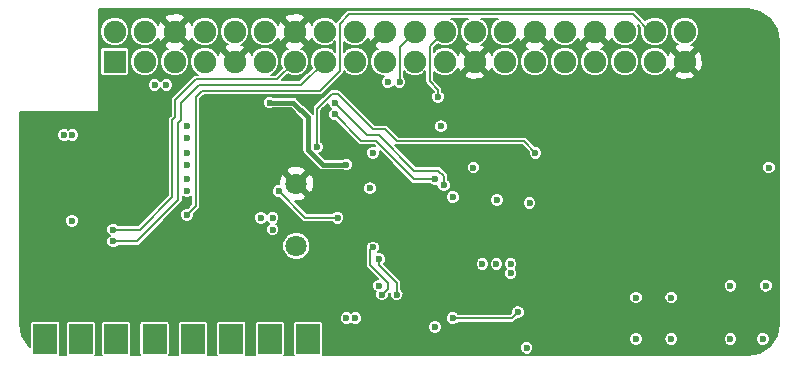
<source format=gbl>
G04 #@! TF.FileFunction,Copper,L4,Bot,Signal*
%FSLAX46Y46*%
G04 Gerber Fmt 4.6, Leading zero omitted, Abs format (unit mm)*
G04 Created by KiCad (PCBNEW 4.0.2-stable) date Wednesday, 22 June 2016 'pmt' 15:55:54*
%MOMM*%
G01*
G04 APERTURE LIST*
%ADD10C,0.100000*%
%ADD11C,1.800000*%
%ADD12R,1.900000X1.900000*%
%ADD13C,1.900000*%
%ADD14R,2.000000X2.500000*%
%ADD15C,0.600000*%
%ADD16C,0.200000*%
%ADD17C,0.400000*%
%ADD18C,0.152400*%
G04 APERTURE END LIST*
D10*
D11*
X91250000Y-116900000D03*
X91250000Y-111600000D03*
D12*
X75870000Y-101270000D03*
D13*
X75870000Y-98730000D03*
X78410000Y-101270000D03*
X78410000Y-98730000D03*
X80950000Y-101270000D03*
X80950000Y-98730000D03*
X83490000Y-101270000D03*
X83490000Y-98730000D03*
X86030000Y-101270000D03*
X86030000Y-98730000D03*
X88570000Y-101270000D03*
X88570000Y-98730000D03*
X91110000Y-101270000D03*
X91110000Y-98730000D03*
X93650000Y-101270000D03*
X93650000Y-98730000D03*
X96190000Y-101270000D03*
X96190000Y-98730000D03*
X98730000Y-101270000D03*
X98730000Y-98730000D03*
X101270000Y-101270000D03*
X101270000Y-98730000D03*
X103810000Y-101270000D03*
X103810000Y-98730000D03*
X106350000Y-101270000D03*
X106350000Y-98730000D03*
X108890000Y-101270000D03*
X108890000Y-98730000D03*
X111430000Y-101270000D03*
X111430000Y-98730000D03*
X113970000Y-101270000D03*
X113970000Y-98730000D03*
X116510000Y-101270000D03*
X116510000Y-98730000D03*
X119050000Y-101270000D03*
X119050000Y-98730000D03*
X121590000Y-101270000D03*
X121590000Y-98730000D03*
X124130000Y-101270000D03*
X124130000Y-98730000D03*
D14*
X70000000Y-124750000D03*
X73000000Y-124750000D03*
X76000000Y-124750000D03*
X79250000Y-124750000D03*
X82500000Y-124750000D03*
X85750000Y-124750000D03*
X89000000Y-124750000D03*
X92250000Y-124750000D03*
D15*
X127500000Y-117000000D03*
X123500000Y-120000000D03*
X124250000Y-121250000D03*
X124250000Y-125500000D03*
X126750000Y-125500000D03*
X126750000Y-121250000D03*
X127500000Y-118750000D03*
X117000000Y-120500000D03*
X115000000Y-120500000D03*
X113500000Y-120250000D03*
X131500000Y-117000000D03*
X131500000Y-116000000D03*
X115250000Y-118250000D03*
X116000000Y-114250000D03*
X116750000Y-110500000D03*
X117000000Y-107250000D03*
X117000000Y-104250000D03*
X125500000Y-104250000D03*
X127000000Y-107250000D03*
X127500000Y-110500000D03*
X127500000Y-114250000D03*
X111750000Y-114250000D03*
X111750000Y-118250000D03*
X111750000Y-104000000D03*
X111750000Y-104750000D03*
X127500000Y-116000000D03*
X99250000Y-118250000D03*
X96250000Y-121000000D03*
X119500000Y-120000000D03*
X118250000Y-119250000D03*
X112750000Y-122750000D03*
X111000000Y-122250000D03*
X115000000Y-123000000D03*
X117500000Y-123500000D03*
X131250000Y-113000000D03*
X129750000Y-102750000D03*
X131750000Y-109000000D03*
X131750000Y-106000000D03*
X131750000Y-102750000D03*
X129750000Y-100000000D03*
X129750000Y-97250000D03*
X110500000Y-116750000D03*
X109500000Y-115750000D03*
X109500000Y-113750000D03*
X108250000Y-115750000D03*
X100250000Y-125500000D03*
X104000000Y-125500000D03*
X96250000Y-125500000D03*
X95000000Y-124250000D03*
X94000000Y-125250000D03*
X101000000Y-121500000D03*
X95000000Y-118000000D03*
X95000000Y-116750000D03*
X87750000Y-113000000D03*
X89250000Y-113000000D03*
X87250000Y-119000000D03*
X88250000Y-117000000D03*
X87250000Y-115500000D03*
X85000000Y-113250000D03*
X85000000Y-115500000D03*
X85000000Y-117750000D03*
X83500000Y-118750000D03*
X82000000Y-117750000D03*
X82000000Y-115500000D03*
X79000000Y-116250000D03*
X75500000Y-117750000D03*
X79000000Y-113500000D03*
X80000000Y-111250000D03*
X80000000Y-109000000D03*
X77250000Y-106000000D03*
X75500000Y-113500000D03*
X75500000Y-111250000D03*
X75500000Y-109000000D03*
X74000000Y-108250000D03*
X76000000Y-107500000D03*
X75000000Y-107500000D03*
X71500000Y-106000000D03*
X73750000Y-106000000D03*
X76250000Y-104500000D03*
X76250000Y-103500000D03*
X72500000Y-113500000D03*
X72500000Y-111500000D03*
X70000000Y-109500000D03*
X68250000Y-109500000D03*
X68250000Y-123500000D03*
X68250000Y-121500000D03*
X68250000Y-119500000D03*
X68250000Y-117500000D03*
X68250000Y-115500000D03*
X68250000Y-113500000D03*
X68250000Y-111500000D03*
X72500000Y-109500000D03*
X69500000Y-108500000D03*
X69500000Y-106000000D03*
X68250000Y-106000000D03*
X68250000Y-107500000D03*
X102000000Y-108750000D03*
X100750000Y-108750000D03*
X108000000Y-124500000D03*
X110000000Y-123500000D03*
X101500000Y-115500000D03*
X101500000Y-113500000D03*
X99500000Y-115500000D03*
X99500000Y-113500000D03*
X107750000Y-120500000D03*
X107750000Y-122000000D03*
X106250000Y-120500000D03*
X106250000Y-122000000D03*
X105750000Y-118250000D03*
X104000000Y-118250000D03*
X104000000Y-116750000D03*
X105750000Y-116750000D03*
X107250000Y-105000000D03*
X106500000Y-106500000D03*
X105500000Y-107250000D03*
X107250000Y-107250000D03*
X107250000Y-110250000D03*
X109500000Y-107250000D03*
X109000000Y-109750000D03*
X94000000Y-106500000D03*
X82000000Y-102500000D03*
X84750000Y-104750000D03*
X80250000Y-105750000D03*
X83750000Y-105750000D03*
X89000000Y-106000000D03*
X89000000Y-108500000D03*
X84750000Y-107750000D03*
X84750000Y-106750000D03*
X85500000Y-110750000D03*
X96750000Y-114000000D03*
X95500000Y-114000000D03*
X106000000Y-113500000D03*
X106000000Y-114500000D03*
X98250000Y-120250000D03*
X96250000Y-123000000D03*
X95500000Y-123000000D03*
X110750000Y-125500000D03*
X95500000Y-110000000D03*
X89000000Y-104750000D03*
X106250000Y-110250000D03*
X108250000Y-113000000D03*
X111000000Y-113250000D03*
X109400000Y-118400000D03*
X109400000Y-119200000D03*
X108200000Y-118400000D03*
X107000000Y-118400000D03*
X97500000Y-112000000D03*
X103000000Y-123750000D03*
X104500000Y-112750000D03*
X99000000Y-103000000D03*
X72250000Y-114750000D03*
X97750000Y-109000000D03*
X131250000Y-110250000D03*
X103500000Y-106750000D03*
X82000000Y-107750000D03*
X72300000Y-107500000D03*
X71600000Y-107500000D03*
X82000000Y-109000000D03*
X82000000Y-110000000D03*
X82000000Y-111250000D03*
X82000000Y-112250000D03*
X82000000Y-106750000D03*
X80250000Y-103250000D03*
X79250000Y-103250000D03*
X89250000Y-115500000D03*
X89250000Y-114500000D03*
X88250000Y-114500000D03*
X93000000Y-108500000D03*
X111500000Y-109000000D03*
X104500000Y-123000000D03*
X110000000Y-122500000D03*
X75750000Y-115500000D03*
X75750000Y-116500000D03*
X82000000Y-114250000D03*
X103750000Y-111750000D03*
X94500000Y-104750000D03*
X94500000Y-105750000D03*
X103000000Y-111250000D03*
X89750000Y-112250000D03*
X94750000Y-114500000D03*
X97750000Y-117000000D03*
X98500000Y-121000000D03*
X99750000Y-121000000D03*
X98250000Y-118000000D03*
X103250000Y-104250000D03*
X100000000Y-103000000D03*
X130750000Y-124750000D03*
X128000000Y-124750000D03*
X131000000Y-120250000D03*
X128000000Y-120250000D03*
X120000000Y-124750000D03*
X123000000Y-124750000D03*
X120000000Y-121250000D03*
X123000000Y-121250000D03*
D16*
X123500000Y-120500000D02*
X123500000Y-120000000D01*
X124250000Y-121250000D02*
X123500000Y-120500000D01*
X126750000Y-125500000D02*
X124250000Y-125500000D01*
X126750000Y-119500000D02*
X126750000Y-121250000D01*
X127500000Y-118750000D02*
X126750000Y-119500000D01*
X114750000Y-120250000D02*
X115000000Y-120500000D01*
X113500000Y-120250000D02*
X114750000Y-120250000D01*
X115250000Y-118250000D02*
X116000000Y-117500000D01*
X116000000Y-117500000D02*
X116000000Y-114250000D01*
X116750000Y-110500000D02*
X117000000Y-110250000D01*
X117000000Y-110250000D02*
X117000000Y-107250000D01*
X117000000Y-104250000D02*
X125500000Y-104250000D01*
X127000000Y-107250000D02*
X127000000Y-110000000D01*
X127000000Y-110000000D02*
X127500000Y-110500000D01*
X111750000Y-118250000D02*
X111750000Y-114250000D01*
X129750000Y-102750000D02*
X131750000Y-102750000D01*
X131750000Y-106000000D02*
X131750000Y-109000000D01*
X109500000Y-113750000D02*
X109500000Y-115750000D01*
X104000000Y-125500000D02*
X100250000Y-125500000D01*
X87750000Y-113000000D02*
X87250000Y-113500000D01*
X88250000Y-118000000D02*
X87250000Y-119000000D01*
X88250000Y-117000000D02*
X88250000Y-118000000D01*
X87250000Y-113500000D02*
X87250000Y-115500000D01*
X85000000Y-117750000D02*
X85000000Y-115500000D01*
X82000000Y-117750000D02*
X82000000Y-115500000D01*
X79000000Y-116250000D02*
X77500000Y-117750000D01*
X77500000Y-117750000D02*
X75500000Y-117750000D01*
X75500000Y-109000000D02*
X80000000Y-109000000D01*
X80000000Y-112500000D02*
X79000000Y-113500000D01*
X80000000Y-111250000D02*
X80000000Y-112500000D01*
X75500000Y-109000000D02*
X75500000Y-111250000D01*
X75000000Y-107500000D02*
X76000000Y-107500000D01*
X73750000Y-106000000D02*
X71500000Y-106000000D01*
X72500000Y-111500000D02*
X72500000Y-113500000D01*
X68250000Y-109500000D02*
X70000000Y-109500000D01*
X68250000Y-119500000D02*
X68250000Y-121500000D01*
X68250000Y-115500000D02*
X68250000Y-117500000D01*
X68250000Y-111500000D02*
X68250000Y-113500000D01*
X69500000Y-106000000D02*
X68250000Y-106000000D01*
D17*
X100750000Y-108750000D02*
X102000000Y-108750000D01*
D16*
X100500000Y-114500000D02*
X101500000Y-115500000D01*
X100500000Y-114500000D02*
X101500000Y-113500000D01*
X100500000Y-114500000D02*
X99500000Y-113500000D01*
X100500000Y-114500000D02*
X99500000Y-115500000D01*
X107000000Y-121250000D02*
X107750000Y-120500000D01*
X107000000Y-121250000D02*
X107750000Y-122000000D01*
X107000000Y-121250000D02*
X106250000Y-122000000D01*
X107000000Y-121250000D02*
X106250000Y-120500000D01*
X104000000Y-118250000D02*
X105750000Y-118250000D01*
X105750000Y-116750000D02*
X104000000Y-116750000D01*
X89000000Y-108500000D02*
X89000000Y-108750000D01*
D17*
X93500000Y-110000000D02*
X95500000Y-110000000D01*
X92250000Y-108750000D02*
X93500000Y-110000000D01*
X92250000Y-106000000D02*
X92250000Y-108750000D01*
X91000000Y-104750000D02*
X92250000Y-106000000D01*
X89000000Y-104750000D02*
X91000000Y-104750000D01*
D16*
X93000000Y-108500000D02*
X93000000Y-105250000D01*
X110500000Y-108000000D02*
X111500000Y-109000000D01*
X99750000Y-108000000D02*
X110500000Y-108000000D01*
X98750000Y-107000000D02*
X99750000Y-108000000D01*
X97750000Y-107000000D02*
X98750000Y-107000000D01*
X94750000Y-104000000D02*
X97750000Y-107000000D01*
X94250000Y-104000000D02*
X94750000Y-104000000D01*
X93000000Y-105250000D02*
X94250000Y-104000000D01*
X104500000Y-123000000D02*
X109500000Y-123000000D01*
X109500000Y-123000000D02*
X110000000Y-122500000D01*
X80750000Y-112750000D02*
X80750000Y-106500000D01*
X89630000Y-102750000D02*
X82750000Y-102750000D01*
X82750000Y-102750000D02*
X81000000Y-104500000D01*
X80750000Y-112750000D02*
X78000000Y-115500000D01*
X78000000Y-115500000D02*
X75750000Y-115500000D01*
X89630000Y-102750000D02*
X91110000Y-101270000D01*
X81000000Y-106000000D02*
X81000000Y-104500000D01*
X80750000Y-106250000D02*
X81000000Y-106000000D01*
X80750000Y-106500000D02*
X80750000Y-106250000D01*
X93650000Y-101270000D02*
X91670000Y-103250000D01*
X77750000Y-116500000D02*
X75750000Y-116500000D01*
X81250000Y-113000000D02*
X77750000Y-116500000D01*
X81250000Y-106500000D02*
X81250000Y-113000000D01*
X81500000Y-106250000D02*
X81250000Y-106500000D01*
X81500000Y-104750000D02*
X81500000Y-106250000D01*
X83000000Y-103250000D02*
X81500000Y-104750000D01*
X91670000Y-103250000D02*
X83000000Y-103250000D01*
X82750000Y-113500000D02*
X82000000Y-114250000D01*
X82750000Y-104250000D02*
X82750000Y-113500000D01*
X83250000Y-103750000D02*
X82750000Y-104250000D01*
X89000000Y-103750000D02*
X83250000Y-103750000D01*
X93250000Y-103750000D02*
X89000000Y-103750000D01*
X94925000Y-102075000D02*
X93250000Y-103750000D01*
X94925000Y-98075000D02*
X94925000Y-102075000D01*
X95750000Y-97250000D02*
X94925000Y-98075000D01*
X96250000Y-97250000D02*
X95750000Y-97250000D01*
X119750000Y-97250000D02*
X96250000Y-97250000D01*
X119750000Y-97250000D02*
X121230000Y-98730000D01*
X121590000Y-98730000D02*
X121230000Y-98730000D01*
X94500000Y-104750000D02*
X97250000Y-107500000D01*
X102750000Y-110500000D02*
X103250000Y-110500000D01*
X103250000Y-110500000D02*
X103750000Y-111000000D01*
X103750000Y-111000000D02*
X103750000Y-111750000D01*
X101250000Y-110500000D02*
X102750000Y-110500000D01*
X98250000Y-107500000D02*
X101250000Y-110500000D01*
X97250000Y-107500000D02*
X98250000Y-107500000D01*
X96750000Y-108000000D02*
X98000000Y-108000000D01*
X98000000Y-108000000D02*
X101250000Y-111250000D01*
X101250000Y-111250000D02*
X102500000Y-111250000D01*
X102500000Y-111250000D02*
X103000000Y-111250000D01*
X94500000Y-105750000D02*
X96750000Y-108000000D01*
X92000000Y-114500000D02*
X89750000Y-112250000D01*
X94750000Y-114500000D02*
X92000000Y-114500000D01*
X97500000Y-118500000D02*
X97500000Y-117250000D01*
X99000000Y-120000000D02*
X99000000Y-120500000D01*
X98500000Y-121000000D02*
X99000000Y-120500000D01*
X97500000Y-118500000D02*
X99000000Y-120000000D01*
X97500000Y-117250000D02*
X97750000Y-117000000D01*
X99750000Y-120000000D02*
X98250000Y-118500000D01*
X99750000Y-121000000D02*
X99750000Y-120000000D01*
X98250000Y-118500000D02*
X98250000Y-118000000D01*
X102550000Y-102950000D02*
X102550000Y-99990000D01*
X102550000Y-99990000D02*
X103810000Y-98730000D01*
X103250000Y-103650000D02*
X102550000Y-102950000D01*
X103250000Y-104250000D02*
X103250000Y-103650000D01*
X100000000Y-103000000D02*
X100000000Y-100000000D01*
X100000000Y-100000000D02*
X101270000Y-98730000D01*
D18*
G36*
X130511019Y-97059184D02*
X131368120Y-97631882D01*
X131940815Y-98488980D01*
X132148800Y-99534591D01*
X132148800Y-123465409D01*
X131940815Y-124511020D01*
X131368120Y-125368118D01*
X130511019Y-125940816D01*
X129465409Y-126148800D01*
X93482614Y-126148800D01*
X93509424Y-126109562D01*
X93531611Y-126000000D01*
X93531611Y-125614110D01*
X110173701Y-125614110D01*
X110261237Y-125825964D01*
X110423183Y-125988193D01*
X110634884Y-126076099D01*
X110864110Y-126076299D01*
X111075964Y-125988763D01*
X111238193Y-125826817D01*
X111326099Y-125615116D01*
X111326299Y-125385890D01*
X111238763Y-125174036D01*
X111076817Y-125011807D01*
X110865116Y-124923901D01*
X110635890Y-124923701D01*
X110424036Y-125011237D01*
X110261807Y-125173183D01*
X110173901Y-125384884D01*
X110173701Y-125614110D01*
X93531611Y-125614110D01*
X93531611Y-124864110D01*
X119423701Y-124864110D01*
X119511237Y-125075964D01*
X119673183Y-125238193D01*
X119884884Y-125326099D01*
X120114110Y-125326299D01*
X120325964Y-125238763D01*
X120488193Y-125076817D01*
X120576099Y-124865116D01*
X120576099Y-124864110D01*
X122423701Y-124864110D01*
X122511237Y-125075964D01*
X122673183Y-125238193D01*
X122884884Y-125326099D01*
X123114110Y-125326299D01*
X123325964Y-125238763D01*
X123488193Y-125076817D01*
X123576099Y-124865116D01*
X123576099Y-124864110D01*
X127423701Y-124864110D01*
X127511237Y-125075964D01*
X127673183Y-125238193D01*
X127884884Y-125326099D01*
X128114110Y-125326299D01*
X128325964Y-125238763D01*
X128488193Y-125076817D01*
X128576099Y-124865116D01*
X128576099Y-124864110D01*
X130173701Y-124864110D01*
X130261237Y-125075964D01*
X130423183Y-125238193D01*
X130634884Y-125326099D01*
X130864110Y-125326299D01*
X131075964Y-125238763D01*
X131238193Y-125076817D01*
X131326099Y-124865116D01*
X131326299Y-124635890D01*
X131238763Y-124424036D01*
X131076817Y-124261807D01*
X130865116Y-124173901D01*
X130635890Y-124173701D01*
X130424036Y-124261237D01*
X130261807Y-124423183D01*
X130173901Y-124634884D01*
X130173701Y-124864110D01*
X128576099Y-124864110D01*
X128576299Y-124635890D01*
X128488763Y-124424036D01*
X128326817Y-124261807D01*
X128115116Y-124173901D01*
X127885890Y-124173701D01*
X127674036Y-124261237D01*
X127511807Y-124423183D01*
X127423901Y-124634884D01*
X127423701Y-124864110D01*
X123576099Y-124864110D01*
X123576299Y-124635890D01*
X123488763Y-124424036D01*
X123326817Y-124261807D01*
X123115116Y-124173901D01*
X122885890Y-124173701D01*
X122674036Y-124261237D01*
X122511807Y-124423183D01*
X122423901Y-124634884D01*
X122423701Y-124864110D01*
X120576099Y-124864110D01*
X120576299Y-124635890D01*
X120488763Y-124424036D01*
X120326817Y-124261807D01*
X120115116Y-124173901D01*
X119885890Y-124173701D01*
X119674036Y-124261237D01*
X119511807Y-124423183D01*
X119423901Y-124634884D01*
X119423701Y-124864110D01*
X93531611Y-124864110D01*
X93531611Y-123864110D01*
X102423701Y-123864110D01*
X102511237Y-124075964D01*
X102673183Y-124238193D01*
X102884884Y-124326099D01*
X103114110Y-124326299D01*
X103325964Y-124238763D01*
X103488193Y-124076817D01*
X103576099Y-123865116D01*
X103576299Y-123635890D01*
X103488763Y-123424036D01*
X103326817Y-123261807D01*
X103115116Y-123173901D01*
X102885890Y-123173701D01*
X102674036Y-123261237D01*
X102511807Y-123423183D01*
X102423901Y-123634884D01*
X102423701Y-123864110D01*
X93531611Y-123864110D01*
X93531611Y-123500000D01*
X93512352Y-123397646D01*
X93451861Y-123303641D01*
X93359562Y-123240576D01*
X93250000Y-123218389D01*
X91250000Y-123218389D01*
X91147646Y-123237648D01*
X91053641Y-123298139D01*
X90990576Y-123390438D01*
X90968389Y-123500000D01*
X90968389Y-126000000D01*
X90987648Y-126102354D01*
X91017535Y-126148800D01*
X90232614Y-126148800D01*
X90259424Y-126109562D01*
X90281611Y-126000000D01*
X90281611Y-123500000D01*
X90262352Y-123397646D01*
X90201861Y-123303641D01*
X90109562Y-123240576D01*
X90000000Y-123218389D01*
X88000000Y-123218389D01*
X87897646Y-123237648D01*
X87803641Y-123298139D01*
X87740576Y-123390438D01*
X87718389Y-123500000D01*
X87718389Y-126000000D01*
X87737648Y-126102354D01*
X87767535Y-126148800D01*
X86982614Y-126148800D01*
X87009424Y-126109562D01*
X87031611Y-126000000D01*
X87031611Y-123500000D01*
X87012352Y-123397646D01*
X86951861Y-123303641D01*
X86859562Y-123240576D01*
X86750000Y-123218389D01*
X84750000Y-123218389D01*
X84647646Y-123237648D01*
X84553641Y-123298139D01*
X84490576Y-123390438D01*
X84468389Y-123500000D01*
X84468389Y-126000000D01*
X84487648Y-126102354D01*
X84517535Y-126148800D01*
X83732614Y-126148800D01*
X83759424Y-126109562D01*
X83781611Y-126000000D01*
X83781611Y-123500000D01*
X83762352Y-123397646D01*
X83701861Y-123303641D01*
X83609562Y-123240576D01*
X83500000Y-123218389D01*
X81500000Y-123218389D01*
X81397646Y-123237648D01*
X81303641Y-123298139D01*
X81240576Y-123390438D01*
X81218389Y-123500000D01*
X81218389Y-126000000D01*
X81237648Y-126102354D01*
X81267535Y-126148800D01*
X80482614Y-126148800D01*
X80509424Y-126109562D01*
X80531611Y-126000000D01*
X80531611Y-123500000D01*
X80512352Y-123397646D01*
X80451861Y-123303641D01*
X80359562Y-123240576D01*
X80250000Y-123218389D01*
X78250000Y-123218389D01*
X78147646Y-123237648D01*
X78053641Y-123298139D01*
X77990576Y-123390438D01*
X77968389Y-123500000D01*
X77968389Y-126000000D01*
X77987648Y-126102354D01*
X78017535Y-126148800D01*
X77232614Y-126148800D01*
X77259424Y-126109562D01*
X77281611Y-126000000D01*
X77281611Y-123500000D01*
X77262352Y-123397646D01*
X77201861Y-123303641D01*
X77109562Y-123240576D01*
X77000000Y-123218389D01*
X75000000Y-123218389D01*
X74897646Y-123237648D01*
X74803641Y-123298139D01*
X74740576Y-123390438D01*
X74718389Y-123500000D01*
X74718389Y-126000000D01*
X74737648Y-126102354D01*
X74767535Y-126148800D01*
X74232614Y-126148800D01*
X74259424Y-126109562D01*
X74281611Y-126000000D01*
X74281611Y-123500000D01*
X74262352Y-123397646D01*
X74201861Y-123303641D01*
X74109562Y-123240576D01*
X74000000Y-123218389D01*
X72000000Y-123218389D01*
X71897646Y-123237648D01*
X71803641Y-123298139D01*
X71740576Y-123390438D01*
X71718389Y-123500000D01*
X71718389Y-126000000D01*
X71737648Y-126102354D01*
X71767535Y-126148800D01*
X71232614Y-126148800D01*
X71259424Y-126109562D01*
X71281611Y-126000000D01*
X71281611Y-123500000D01*
X71262352Y-123397646D01*
X71201861Y-123303641D01*
X71109562Y-123240576D01*
X71000000Y-123218389D01*
X69000000Y-123218389D01*
X68897646Y-123237648D01*
X68803641Y-123298139D01*
X68740576Y-123390438D01*
X68718389Y-123500000D01*
X68718389Y-125425922D01*
X68631882Y-125368120D01*
X68059184Y-124511019D01*
X67851200Y-123465409D01*
X67851200Y-123114110D01*
X94923701Y-123114110D01*
X95011237Y-123325964D01*
X95173183Y-123488193D01*
X95384884Y-123576099D01*
X95614110Y-123576299D01*
X95825964Y-123488763D01*
X95874943Y-123439869D01*
X95923183Y-123488193D01*
X96134884Y-123576099D01*
X96364110Y-123576299D01*
X96575964Y-123488763D01*
X96738193Y-123326817D01*
X96826099Y-123115116D01*
X96826099Y-123114110D01*
X103923701Y-123114110D01*
X104011237Y-123325964D01*
X104173183Y-123488193D01*
X104384884Y-123576099D01*
X104614110Y-123576299D01*
X104825964Y-123488763D01*
X104938724Y-123376200D01*
X109499995Y-123376200D01*
X109500000Y-123376201D01*
X109620079Y-123352314D01*
X109643966Y-123347563D01*
X109766014Y-123266014D01*
X109955867Y-123076161D01*
X110114110Y-123076299D01*
X110325964Y-122988763D01*
X110488193Y-122826817D01*
X110576099Y-122615116D01*
X110576299Y-122385890D01*
X110488763Y-122174036D01*
X110326817Y-122011807D01*
X110115116Y-121923901D01*
X109885890Y-121923701D01*
X109674036Y-122011237D01*
X109511807Y-122173183D01*
X109423901Y-122384884D01*
X109423762Y-122544210D01*
X109344172Y-122623800D01*
X104938615Y-122623800D01*
X104826817Y-122511807D01*
X104615116Y-122423901D01*
X104385890Y-122423701D01*
X104174036Y-122511237D01*
X104011807Y-122673183D01*
X103923901Y-122884884D01*
X103923701Y-123114110D01*
X96826099Y-123114110D01*
X96826299Y-122885890D01*
X96738763Y-122674036D01*
X96576817Y-122511807D01*
X96365116Y-122423901D01*
X96135890Y-122423701D01*
X95924036Y-122511237D01*
X95875057Y-122560131D01*
X95826817Y-122511807D01*
X95615116Y-122423901D01*
X95385890Y-122423701D01*
X95174036Y-122511237D01*
X95011807Y-122673183D01*
X94923901Y-122884884D01*
X94923701Y-123114110D01*
X67851200Y-123114110D01*
X67851200Y-117132934D01*
X90073596Y-117132934D01*
X90252285Y-117565393D01*
X90582866Y-117896552D01*
X91015013Y-118075995D01*
X91482934Y-118076404D01*
X91915393Y-117897715D01*
X92246552Y-117567134D01*
X92378237Y-117250000D01*
X97123799Y-117250000D01*
X97123800Y-117250005D01*
X97123800Y-118499995D01*
X97123799Y-118500000D01*
X97138937Y-118576099D01*
X97152437Y-118643966D01*
X97207226Y-118725964D01*
X97233986Y-118766014D01*
X98141679Y-119673706D01*
X98135890Y-119673701D01*
X97924036Y-119761237D01*
X97761807Y-119923183D01*
X97673901Y-120134884D01*
X97673701Y-120364110D01*
X97761237Y-120575964D01*
X97923183Y-120738193D01*
X97975749Y-120760020D01*
X97923901Y-120884884D01*
X97923701Y-121114110D01*
X98011237Y-121325964D01*
X98173183Y-121488193D01*
X98384884Y-121576099D01*
X98614110Y-121576299D01*
X98825964Y-121488763D01*
X98988193Y-121326817D01*
X99076099Y-121115116D01*
X99076238Y-120955789D01*
X99192902Y-120839126D01*
X99173901Y-120884884D01*
X99173701Y-121114110D01*
X99261237Y-121325964D01*
X99423183Y-121488193D01*
X99634884Y-121576099D01*
X99864110Y-121576299D01*
X100075964Y-121488763D01*
X100200834Y-121364110D01*
X119423701Y-121364110D01*
X119511237Y-121575964D01*
X119673183Y-121738193D01*
X119884884Y-121826099D01*
X120114110Y-121826299D01*
X120325964Y-121738763D01*
X120488193Y-121576817D01*
X120576099Y-121365116D01*
X120576099Y-121364110D01*
X122423701Y-121364110D01*
X122511237Y-121575964D01*
X122673183Y-121738193D01*
X122884884Y-121826099D01*
X123114110Y-121826299D01*
X123325964Y-121738763D01*
X123488193Y-121576817D01*
X123576099Y-121365116D01*
X123576299Y-121135890D01*
X123488763Y-120924036D01*
X123326817Y-120761807D01*
X123115116Y-120673901D01*
X122885890Y-120673701D01*
X122674036Y-120761237D01*
X122511807Y-120923183D01*
X122423901Y-121134884D01*
X122423701Y-121364110D01*
X120576099Y-121364110D01*
X120576299Y-121135890D01*
X120488763Y-120924036D01*
X120326817Y-120761807D01*
X120115116Y-120673901D01*
X119885890Y-120673701D01*
X119674036Y-120761237D01*
X119511807Y-120923183D01*
X119423901Y-121134884D01*
X119423701Y-121364110D01*
X100200834Y-121364110D01*
X100238193Y-121326817D01*
X100326099Y-121115116D01*
X100326299Y-120885890D01*
X100238763Y-120674036D01*
X100126200Y-120561276D01*
X100126200Y-120364110D01*
X127423701Y-120364110D01*
X127511237Y-120575964D01*
X127673183Y-120738193D01*
X127884884Y-120826099D01*
X128114110Y-120826299D01*
X128325964Y-120738763D01*
X128488193Y-120576817D01*
X128576099Y-120365116D01*
X128576099Y-120364110D01*
X130423701Y-120364110D01*
X130511237Y-120575964D01*
X130673183Y-120738193D01*
X130884884Y-120826099D01*
X131114110Y-120826299D01*
X131325964Y-120738763D01*
X131488193Y-120576817D01*
X131576099Y-120365116D01*
X131576299Y-120135890D01*
X131488763Y-119924036D01*
X131326817Y-119761807D01*
X131115116Y-119673901D01*
X130885890Y-119673701D01*
X130674036Y-119761237D01*
X130511807Y-119923183D01*
X130423901Y-120134884D01*
X130423701Y-120364110D01*
X128576099Y-120364110D01*
X128576299Y-120135890D01*
X128488763Y-119924036D01*
X128326817Y-119761807D01*
X128115116Y-119673901D01*
X127885890Y-119673701D01*
X127674036Y-119761237D01*
X127511807Y-119923183D01*
X127423901Y-120134884D01*
X127423701Y-120364110D01*
X100126200Y-120364110D01*
X100126200Y-120000000D01*
X100097563Y-119856034D01*
X100016014Y-119733986D01*
X100016011Y-119733984D01*
X98796137Y-118514110D01*
X106423701Y-118514110D01*
X106511237Y-118725964D01*
X106673183Y-118888193D01*
X106884884Y-118976099D01*
X107114110Y-118976299D01*
X107325964Y-118888763D01*
X107488193Y-118726817D01*
X107576099Y-118515116D01*
X107576099Y-118514110D01*
X107623701Y-118514110D01*
X107711237Y-118725964D01*
X107873183Y-118888193D01*
X108084884Y-118976099D01*
X108314110Y-118976299D01*
X108525964Y-118888763D01*
X108688193Y-118726817D01*
X108776099Y-118515116D01*
X108776099Y-118514110D01*
X108823701Y-118514110D01*
X108911237Y-118725964D01*
X108985131Y-118799987D01*
X108911807Y-118873183D01*
X108823901Y-119084884D01*
X108823701Y-119314110D01*
X108911237Y-119525964D01*
X109073183Y-119688193D01*
X109284884Y-119776099D01*
X109514110Y-119776299D01*
X109725964Y-119688763D01*
X109888193Y-119526817D01*
X109976099Y-119315116D01*
X109976299Y-119085890D01*
X109888763Y-118874036D01*
X109814869Y-118800013D01*
X109888193Y-118726817D01*
X109976099Y-118515116D01*
X109976299Y-118285890D01*
X109888763Y-118074036D01*
X109726817Y-117911807D01*
X109515116Y-117823901D01*
X109285890Y-117823701D01*
X109074036Y-117911237D01*
X108911807Y-118073183D01*
X108823901Y-118284884D01*
X108823701Y-118514110D01*
X108776099Y-118514110D01*
X108776299Y-118285890D01*
X108688763Y-118074036D01*
X108526817Y-117911807D01*
X108315116Y-117823901D01*
X108085890Y-117823701D01*
X107874036Y-117911237D01*
X107711807Y-118073183D01*
X107623901Y-118284884D01*
X107623701Y-118514110D01*
X107576099Y-118514110D01*
X107576299Y-118285890D01*
X107488763Y-118074036D01*
X107326817Y-117911807D01*
X107115116Y-117823901D01*
X106885890Y-117823701D01*
X106674036Y-117911237D01*
X106511807Y-118073183D01*
X106423901Y-118284884D01*
X106423701Y-118514110D01*
X98796137Y-118514110D01*
X98673462Y-118391435D01*
X98738193Y-118326817D01*
X98826099Y-118115116D01*
X98826299Y-117885890D01*
X98738763Y-117674036D01*
X98576817Y-117511807D01*
X98365116Y-117423901D01*
X98141135Y-117423706D01*
X98238193Y-117326817D01*
X98326099Y-117115116D01*
X98326299Y-116885890D01*
X98238763Y-116674036D01*
X98076817Y-116511807D01*
X97865116Y-116423901D01*
X97635890Y-116423701D01*
X97424036Y-116511237D01*
X97261807Y-116673183D01*
X97173901Y-116884884D01*
X97173736Y-117074158D01*
X97152437Y-117106034D01*
X97147686Y-117129921D01*
X97123799Y-117250000D01*
X92378237Y-117250000D01*
X92425995Y-117134987D01*
X92426404Y-116667066D01*
X92247715Y-116234607D01*
X91917134Y-115903448D01*
X91484987Y-115724005D01*
X91017066Y-115723596D01*
X90584607Y-115902285D01*
X90253448Y-116232866D01*
X90074005Y-116665013D01*
X90073596Y-117132934D01*
X67851200Y-117132934D01*
X67851200Y-115614110D01*
X75173701Y-115614110D01*
X75261237Y-115825964D01*
X75423183Y-115988193D01*
X75451425Y-115999920D01*
X75424036Y-116011237D01*
X75261807Y-116173183D01*
X75173901Y-116384884D01*
X75173701Y-116614110D01*
X75261237Y-116825964D01*
X75423183Y-116988193D01*
X75634884Y-117076099D01*
X75864110Y-117076299D01*
X76075964Y-116988763D01*
X76188724Y-116876200D01*
X77749995Y-116876200D01*
X77750000Y-116876201D01*
X77870079Y-116852314D01*
X77893966Y-116847563D01*
X78016014Y-116766014D01*
X81516011Y-113266016D01*
X81516014Y-113266014D01*
X81597563Y-113143966D01*
X81626200Y-113000000D01*
X81626200Y-112691128D01*
X81673183Y-112738193D01*
X81884884Y-112826099D01*
X82114110Y-112826299D01*
X82325964Y-112738763D01*
X82373800Y-112691010D01*
X82373800Y-113344173D01*
X82044133Y-113673839D01*
X81885890Y-113673701D01*
X81674036Y-113761237D01*
X81511807Y-113923183D01*
X81423901Y-114134884D01*
X81423701Y-114364110D01*
X81511237Y-114575964D01*
X81673183Y-114738193D01*
X81884884Y-114826099D01*
X82114110Y-114826299D01*
X82325964Y-114738763D01*
X82450834Y-114614110D01*
X87673701Y-114614110D01*
X87761237Y-114825964D01*
X87923183Y-114988193D01*
X88134884Y-115076099D01*
X88364110Y-115076299D01*
X88575964Y-114988763D01*
X88738193Y-114826817D01*
X88749920Y-114798575D01*
X88761237Y-114825964D01*
X88923183Y-114988193D01*
X88951425Y-114999920D01*
X88924036Y-115011237D01*
X88761807Y-115173183D01*
X88673901Y-115384884D01*
X88673701Y-115614110D01*
X88761237Y-115825964D01*
X88923183Y-115988193D01*
X89134884Y-116076099D01*
X89364110Y-116076299D01*
X89575964Y-115988763D01*
X89738193Y-115826817D01*
X89826099Y-115615116D01*
X89826299Y-115385890D01*
X89738763Y-115174036D01*
X89576817Y-115011807D01*
X89548575Y-115000080D01*
X89575964Y-114988763D01*
X89738193Y-114826817D01*
X89826099Y-114615116D01*
X89826299Y-114385890D01*
X89738763Y-114174036D01*
X89576817Y-114011807D01*
X89365116Y-113923901D01*
X89135890Y-113923701D01*
X88924036Y-114011237D01*
X88761807Y-114173183D01*
X88750080Y-114201425D01*
X88738763Y-114174036D01*
X88576817Y-114011807D01*
X88365116Y-113923901D01*
X88135890Y-113923701D01*
X87924036Y-114011237D01*
X87761807Y-114173183D01*
X87673901Y-114384884D01*
X87673701Y-114614110D01*
X82450834Y-114614110D01*
X82488193Y-114576817D01*
X82576099Y-114365116D01*
X82576238Y-114205790D01*
X83016011Y-113766016D01*
X83016014Y-113766014D01*
X83097563Y-113643966D01*
X83126200Y-113500000D01*
X83126200Y-112364110D01*
X89173701Y-112364110D01*
X89261237Y-112575964D01*
X89423183Y-112738193D01*
X89634884Y-112826099D01*
X89794210Y-112826238D01*
X91733984Y-114766011D01*
X91733986Y-114766014D01*
X91856034Y-114847563D01*
X91856035Y-114847563D01*
X91856036Y-114847564D01*
X92000000Y-114876201D01*
X92000005Y-114876200D01*
X94311385Y-114876200D01*
X94423183Y-114988193D01*
X94634884Y-115076099D01*
X94864110Y-115076299D01*
X95075964Y-114988763D01*
X95238193Y-114826817D01*
X95326099Y-114615116D01*
X95326299Y-114385890D01*
X95238763Y-114174036D01*
X95076817Y-114011807D01*
X94865116Y-113923901D01*
X94635890Y-113923701D01*
X94424036Y-114011237D01*
X94311276Y-114123800D01*
X92155827Y-114123800D01*
X91130232Y-113098205D01*
X91660700Y-113056480D01*
X91989478Y-112920296D01*
X92011705Y-112864110D01*
X103923701Y-112864110D01*
X104011237Y-113075964D01*
X104173183Y-113238193D01*
X104384884Y-113326099D01*
X104614110Y-113326299D01*
X104825964Y-113238763D01*
X104950834Y-113114110D01*
X107673701Y-113114110D01*
X107761237Y-113325964D01*
X107923183Y-113488193D01*
X108134884Y-113576099D01*
X108364110Y-113576299D01*
X108575964Y-113488763D01*
X108700834Y-113364110D01*
X110423701Y-113364110D01*
X110511237Y-113575964D01*
X110673183Y-113738193D01*
X110884884Y-113826099D01*
X111114110Y-113826299D01*
X111325964Y-113738763D01*
X111488193Y-113576817D01*
X111576099Y-113365116D01*
X111576299Y-113135890D01*
X111488763Y-112924036D01*
X111326817Y-112761807D01*
X111115116Y-112673901D01*
X110885890Y-112673701D01*
X110674036Y-112761237D01*
X110511807Y-112923183D01*
X110423901Y-113134884D01*
X110423701Y-113364110D01*
X108700834Y-113364110D01*
X108738193Y-113326817D01*
X108826099Y-113115116D01*
X108826299Y-112885890D01*
X108738763Y-112674036D01*
X108576817Y-112511807D01*
X108365116Y-112423901D01*
X108135890Y-112423701D01*
X107924036Y-112511237D01*
X107761807Y-112673183D01*
X107673901Y-112884884D01*
X107673701Y-113114110D01*
X104950834Y-113114110D01*
X104988193Y-113076817D01*
X105076099Y-112865116D01*
X105076299Y-112635890D01*
X104988763Y-112424036D01*
X104826817Y-112261807D01*
X104615116Y-112173901D01*
X104385890Y-112173701D01*
X104174036Y-112261237D01*
X104011807Y-112423183D01*
X103923901Y-112634884D01*
X103923701Y-112864110D01*
X92011705Y-112864110D01*
X92082842Y-112684290D01*
X91250000Y-111851447D01*
X91235858Y-111865590D01*
X90984410Y-111614142D01*
X90998553Y-111600000D01*
X91501447Y-111600000D01*
X92334290Y-112432842D01*
X92570296Y-112339478D01*
X92643533Y-112114110D01*
X96923701Y-112114110D01*
X97011237Y-112325964D01*
X97173183Y-112488193D01*
X97384884Y-112576099D01*
X97614110Y-112576299D01*
X97825964Y-112488763D01*
X97988193Y-112326817D01*
X98076099Y-112115116D01*
X98076299Y-111885890D01*
X97988763Y-111674036D01*
X97826817Y-111511807D01*
X97615116Y-111423901D01*
X97385890Y-111423701D01*
X97174036Y-111511237D01*
X97011807Y-111673183D01*
X96923901Y-111884884D01*
X96923701Y-112114110D01*
X92643533Y-112114110D01*
X92752780Y-111777934D01*
X92706480Y-111189300D01*
X92570296Y-110860522D01*
X92334290Y-110767158D01*
X91501447Y-111600000D01*
X90998553Y-111600000D01*
X90165710Y-110767158D01*
X89929704Y-110860522D01*
X89747220Y-111422066D01*
X89767022Y-111673815D01*
X89635890Y-111673701D01*
X89424036Y-111761237D01*
X89261807Y-111923183D01*
X89173901Y-112134884D01*
X89173701Y-112364110D01*
X83126200Y-112364110D01*
X83126200Y-110515710D01*
X90417158Y-110515710D01*
X91250000Y-111348553D01*
X92082842Y-110515710D01*
X91989478Y-110279704D01*
X91427934Y-110097220D01*
X90839300Y-110143520D01*
X90510522Y-110279704D01*
X90417158Y-110515710D01*
X83126200Y-110515710D01*
X83126200Y-104864110D01*
X88423701Y-104864110D01*
X88511237Y-105075964D01*
X88673183Y-105238193D01*
X88884884Y-105326099D01*
X89114110Y-105326299D01*
X89325964Y-105238763D01*
X89338549Y-105226200D01*
X90802752Y-105226200D01*
X91773800Y-106197248D01*
X91773800Y-108750000D01*
X91810049Y-108932234D01*
X91847440Y-108988193D01*
X91913276Y-109086724D01*
X93163276Y-110336724D01*
X93317766Y-110439951D01*
X93500000Y-110476200D01*
X95161211Y-110476200D01*
X95173183Y-110488193D01*
X95384884Y-110576099D01*
X95614110Y-110576299D01*
X95825964Y-110488763D01*
X95988193Y-110326817D01*
X96076099Y-110115116D01*
X96076299Y-109885890D01*
X95988763Y-109674036D01*
X95826817Y-109511807D01*
X95615116Y-109423901D01*
X95385890Y-109423701D01*
X95174036Y-109511237D01*
X95161451Y-109523800D01*
X93697248Y-109523800D01*
X93210089Y-109036641D01*
X93325964Y-108988763D01*
X93488193Y-108826817D01*
X93576099Y-108615116D01*
X93576299Y-108385890D01*
X93488763Y-108174036D01*
X93376200Y-108061276D01*
X93376200Y-105405828D01*
X93923706Y-104858322D01*
X93923701Y-104864110D01*
X94011237Y-105075964D01*
X94173183Y-105238193D01*
X94201425Y-105249920D01*
X94174036Y-105261237D01*
X94011807Y-105423183D01*
X93923901Y-105634884D01*
X93923701Y-105864110D01*
X94011237Y-106075964D01*
X94173183Y-106238193D01*
X94384884Y-106326099D01*
X94544210Y-106326238D01*
X96483984Y-108266011D01*
X96483986Y-108266014D01*
X96606034Y-108347563D01*
X96606035Y-108347563D01*
X96606036Y-108347564D01*
X96750000Y-108376201D01*
X96750005Y-108376200D01*
X97844172Y-108376200D01*
X97910873Y-108442901D01*
X97865116Y-108423901D01*
X97635890Y-108423701D01*
X97424036Y-108511237D01*
X97261807Y-108673183D01*
X97173901Y-108884884D01*
X97173701Y-109114110D01*
X97261237Y-109325964D01*
X97423183Y-109488193D01*
X97634884Y-109576099D01*
X97864110Y-109576299D01*
X98075964Y-109488763D01*
X98238193Y-109326817D01*
X98326099Y-109115116D01*
X98326299Y-108885890D01*
X98306891Y-108838919D01*
X100983986Y-111516014D01*
X101106034Y-111597563D01*
X101129921Y-111602314D01*
X101250000Y-111626201D01*
X101250005Y-111626200D01*
X102561385Y-111626200D01*
X102673183Y-111738193D01*
X102884884Y-111826099D01*
X103114110Y-111826299D01*
X103173755Y-111801654D01*
X103173701Y-111864110D01*
X103261237Y-112075964D01*
X103423183Y-112238193D01*
X103634884Y-112326099D01*
X103864110Y-112326299D01*
X104075964Y-112238763D01*
X104238193Y-112076817D01*
X104326099Y-111865116D01*
X104326299Y-111635890D01*
X104238763Y-111424036D01*
X104126200Y-111311276D01*
X104126200Y-111000005D01*
X104126201Y-111000000D01*
X104097564Y-110856035D01*
X104070503Y-110815536D01*
X104016014Y-110733986D01*
X104016011Y-110733984D01*
X103646138Y-110364110D01*
X105673701Y-110364110D01*
X105761237Y-110575964D01*
X105923183Y-110738193D01*
X106134884Y-110826099D01*
X106364110Y-110826299D01*
X106575964Y-110738763D01*
X106738193Y-110576817D01*
X106826099Y-110365116D01*
X106826099Y-110364110D01*
X130673701Y-110364110D01*
X130761237Y-110575964D01*
X130923183Y-110738193D01*
X131134884Y-110826099D01*
X131364110Y-110826299D01*
X131575964Y-110738763D01*
X131738193Y-110576817D01*
X131826099Y-110365116D01*
X131826299Y-110135890D01*
X131738763Y-109924036D01*
X131576817Y-109761807D01*
X131365116Y-109673901D01*
X131135890Y-109673701D01*
X130924036Y-109761237D01*
X130761807Y-109923183D01*
X130673901Y-110134884D01*
X130673701Y-110364110D01*
X106826099Y-110364110D01*
X106826299Y-110135890D01*
X106738763Y-109924036D01*
X106576817Y-109761807D01*
X106365116Y-109673901D01*
X106135890Y-109673701D01*
X105924036Y-109761237D01*
X105761807Y-109923183D01*
X105673901Y-110134884D01*
X105673701Y-110364110D01*
X103646138Y-110364110D01*
X103516014Y-110233986D01*
X103393966Y-110152437D01*
X103370079Y-110147686D01*
X103250000Y-110123799D01*
X103249995Y-110123800D01*
X101405827Y-110123800D01*
X99635441Y-108353413D01*
X99750000Y-108376201D01*
X99750005Y-108376200D01*
X110344172Y-108376200D01*
X110923839Y-108955866D01*
X110923701Y-109114110D01*
X111011237Y-109325964D01*
X111173183Y-109488193D01*
X111384884Y-109576099D01*
X111614110Y-109576299D01*
X111825964Y-109488763D01*
X111988193Y-109326817D01*
X112076099Y-109115116D01*
X112076299Y-108885890D01*
X111988763Y-108674036D01*
X111826817Y-108511807D01*
X111615116Y-108423901D01*
X111455789Y-108423762D01*
X110766014Y-107733986D01*
X110643966Y-107652437D01*
X110620079Y-107647686D01*
X110500000Y-107623799D01*
X110499995Y-107623800D01*
X99905827Y-107623800D01*
X99146138Y-106864110D01*
X102923701Y-106864110D01*
X103011237Y-107075964D01*
X103173183Y-107238193D01*
X103384884Y-107326099D01*
X103614110Y-107326299D01*
X103825964Y-107238763D01*
X103988193Y-107076817D01*
X104076099Y-106865116D01*
X104076299Y-106635890D01*
X103988763Y-106424036D01*
X103826817Y-106261807D01*
X103615116Y-106173901D01*
X103385890Y-106173701D01*
X103174036Y-106261237D01*
X103011807Y-106423183D01*
X102923901Y-106634884D01*
X102923701Y-106864110D01*
X99146138Y-106864110D01*
X99016014Y-106733986D01*
X98893966Y-106652437D01*
X98870079Y-106647686D01*
X98750000Y-106623799D01*
X98749995Y-106623800D01*
X97905827Y-106623800D01*
X95016014Y-103733986D01*
X94926089Y-103673901D01*
X94893966Y-103652437D01*
X94870079Y-103647686D01*
X94750000Y-103623799D01*
X94749995Y-103623800D01*
X94250005Y-103623800D01*
X94250000Y-103623799D01*
X94106035Y-103652436D01*
X93983986Y-103733986D01*
X92733986Y-104983986D01*
X92652437Y-105106034D01*
X92647686Y-105129921D01*
X92623799Y-105250000D01*
X92623800Y-105250005D01*
X92623800Y-105718764D01*
X92586724Y-105663276D01*
X91336724Y-104413276D01*
X91320502Y-104402437D01*
X91182234Y-104310049D01*
X91000000Y-104273800D01*
X89338789Y-104273800D01*
X89326817Y-104261807D01*
X89115116Y-104173901D01*
X88885890Y-104173701D01*
X88674036Y-104261237D01*
X88511807Y-104423183D01*
X88423901Y-104634884D01*
X88423701Y-104864110D01*
X83126200Y-104864110D01*
X83126200Y-104405828D01*
X83405827Y-104126200D01*
X93249995Y-104126200D01*
X93250000Y-104126201D01*
X93370079Y-104102314D01*
X93393966Y-104097563D01*
X93516014Y-104016014D01*
X93516015Y-104016013D01*
X95191011Y-102341016D01*
X95191014Y-102341014D01*
X95272563Y-102218966D01*
X95272564Y-102218965D01*
X95294521Y-102108581D01*
X95494506Y-102308916D01*
X95945024Y-102495987D01*
X96432836Y-102496413D01*
X96883679Y-102310128D01*
X97228916Y-101965494D01*
X97415987Y-101514976D01*
X97416413Y-101027164D01*
X97230128Y-100576321D01*
X96885494Y-100231084D01*
X96434976Y-100044013D01*
X95947164Y-100043587D01*
X95496321Y-100229872D01*
X95301200Y-100424652D01*
X95301200Y-99575272D01*
X95494506Y-99768916D01*
X95945024Y-99955987D01*
X96432836Y-99956413D01*
X96883679Y-99770128D01*
X97228916Y-99425494D01*
X97283259Y-99294621D01*
X97368183Y-99499645D01*
X97609364Y-99599188D01*
X98478553Y-98730000D01*
X98464410Y-98715858D01*
X98715858Y-98464410D01*
X98730000Y-98478553D01*
X98744142Y-98464410D01*
X98995590Y-98715858D01*
X98981447Y-98730000D01*
X98995590Y-98744142D01*
X98744142Y-98995590D01*
X98730000Y-98981447D01*
X97860812Y-99850636D01*
X97960355Y-100091817D01*
X98188583Y-100166958D01*
X98036321Y-100229872D01*
X97691084Y-100574506D01*
X97504013Y-101025024D01*
X97503587Y-101512836D01*
X97689872Y-101963679D01*
X98034506Y-102308916D01*
X98485024Y-102495987D01*
X98710467Y-102496184D01*
X98674036Y-102511237D01*
X98511807Y-102673183D01*
X98423901Y-102884884D01*
X98423701Y-103114110D01*
X98511237Y-103325964D01*
X98673183Y-103488193D01*
X98884884Y-103576099D01*
X99114110Y-103576299D01*
X99325964Y-103488763D01*
X99488193Y-103326817D01*
X99499920Y-103298575D01*
X99511237Y-103325964D01*
X99673183Y-103488193D01*
X99884884Y-103576099D01*
X100114110Y-103576299D01*
X100325964Y-103488763D01*
X100488193Y-103326817D01*
X100576099Y-103115116D01*
X100576299Y-102885890D01*
X100488763Y-102674036D01*
X100376200Y-102561276D01*
X100376200Y-102110263D01*
X100574506Y-102308916D01*
X101025024Y-102495987D01*
X101512836Y-102496413D01*
X101963679Y-102310128D01*
X102173800Y-102100374D01*
X102173800Y-102949995D01*
X102173799Y-102950000D01*
X102186931Y-103016013D01*
X102202437Y-103093966D01*
X102235846Y-103143966D01*
X102283986Y-103216014D01*
X102873800Y-103805827D01*
X102873800Y-103811385D01*
X102761807Y-103923183D01*
X102673901Y-104134884D01*
X102673701Y-104364110D01*
X102761237Y-104575964D01*
X102923183Y-104738193D01*
X103134884Y-104826099D01*
X103364110Y-104826299D01*
X103575964Y-104738763D01*
X103738193Y-104576817D01*
X103826099Y-104365116D01*
X103826299Y-104135890D01*
X103738763Y-103924036D01*
X103626200Y-103811276D01*
X103626200Y-103650000D01*
X103597563Y-103506034D01*
X103516014Y-103383986D01*
X103516011Y-103383984D01*
X102926200Y-102794172D01*
X102926200Y-102120281D01*
X103114506Y-102308916D01*
X103565024Y-102495987D01*
X104052836Y-102496413D01*
X104308835Y-102390636D01*
X105480812Y-102390636D01*
X105580355Y-102631817D01*
X106160086Y-102822686D01*
X106768729Y-102777171D01*
X107119645Y-102631817D01*
X107219188Y-102390636D01*
X106350000Y-101521447D01*
X105480812Y-102390636D01*
X104308835Y-102390636D01*
X104503679Y-102310128D01*
X104848916Y-101965494D01*
X104903259Y-101834621D01*
X104988183Y-102039645D01*
X105229364Y-102139188D01*
X106098553Y-101270000D01*
X106601447Y-101270000D01*
X107470636Y-102139188D01*
X107711817Y-102039645D01*
X107786958Y-101811417D01*
X107849872Y-101963679D01*
X108194506Y-102308916D01*
X108645024Y-102495987D01*
X109132836Y-102496413D01*
X109583679Y-102310128D01*
X109928916Y-101965494D01*
X110115987Y-101514976D01*
X110115988Y-101512836D01*
X110203587Y-101512836D01*
X110389872Y-101963679D01*
X110734506Y-102308916D01*
X111185024Y-102495987D01*
X111672836Y-102496413D01*
X112123679Y-102310128D01*
X112468916Y-101965494D01*
X112655987Y-101514976D01*
X112655988Y-101512836D01*
X112743587Y-101512836D01*
X112929872Y-101963679D01*
X113274506Y-102308916D01*
X113725024Y-102495987D01*
X114212836Y-102496413D01*
X114663679Y-102310128D01*
X115008916Y-101965494D01*
X115195987Y-101514976D01*
X115195988Y-101512836D01*
X115283587Y-101512836D01*
X115469872Y-101963679D01*
X115814506Y-102308916D01*
X116265024Y-102495987D01*
X116752836Y-102496413D01*
X117203679Y-102310128D01*
X117548916Y-101965494D01*
X117735987Y-101514976D01*
X117735988Y-101512836D01*
X117823587Y-101512836D01*
X118009872Y-101963679D01*
X118354506Y-102308916D01*
X118805024Y-102495987D01*
X119292836Y-102496413D01*
X119743679Y-102310128D01*
X120088916Y-101965494D01*
X120275987Y-101514976D01*
X120275988Y-101512836D01*
X120363587Y-101512836D01*
X120549872Y-101963679D01*
X120894506Y-102308916D01*
X121345024Y-102495987D01*
X121832836Y-102496413D01*
X122088835Y-102390636D01*
X123260812Y-102390636D01*
X123360355Y-102631817D01*
X123940086Y-102822686D01*
X124548729Y-102777171D01*
X124899645Y-102631817D01*
X124999188Y-102390636D01*
X124130000Y-101521447D01*
X123260812Y-102390636D01*
X122088835Y-102390636D01*
X122283679Y-102310128D01*
X122628916Y-101965494D01*
X122683259Y-101834621D01*
X122768183Y-102039645D01*
X123009364Y-102139188D01*
X123878553Y-101270000D01*
X124381447Y-101270000D01*
X125250636Y-102139188D01*
X125491817Y-102039645D01*
X125682686Y-101459914D01*
X125637171Y-100851271D01*
X125491817Y-100500355D01*
X125250636Y-100400812D01*
X124381447Y-101270000D01*
X123878553Y-101270000D01*
X123009364Y-100400812D01*
X122768183Y-100500355D01*
X122693042Y-100728583D01*
X122630128Y-100576321D01*
X122285494Y-100231084D01*
X121834976Y-100044013D01*
X121347164Y-100043587D01*
X120896321Y-100229872D01*
X120551084Y-100574506D01*
X120364013Y-101025024D01*
X120363587Y-101512836D01*
X120275988Y-101512836D01*
X120276413Y-101027164D01*
X120090128Y-100576321D01*
X119745494Y-100231084D01*
X119294976Y-100044013D01*
X118807164Y-100043587D01*
X118356321Y-100229872D01*
X118011084Y-100574506D01*
X117824013Y-101025024D01*
X117823587Y-101512836D01*
X117735988Y-101512836D01*
X117736413Y-101027164D01*
X117550128Y-100576321D01*
X117205494Y-100231084D01*
X117074621Y-100176741D01*
X117279645Y-100091817D01*
X117379188Y-99850636D01*
X116510000Y-98981447D01*
X115640812Y-99850636D01*
X115740355Y-100091817D01*
X115968583Y-100166958D01*
X115816321Y-100229872D01*
X115471084Y-100574506D01*
X115284013Y-101025024D01*
X115283587Y-101512836D01*
X115195988Y-101512836D01*
X115196413Y-101027164D01*
X115010128Y-100576321D01*
X114665494Y-100231084D01*
X114214976Y-100044013D01*
X113727164Y-100043587D01*
X113276321Y-100229872D01*
X112931084Y-100574506D01*
X112744013Y-101025024D01*
X112743587Y-101512836D01*
X112655988Y-101512836D01*
X112656413Y-101027164D01*
X112470128Y-100576321D01*
X112125494Y-100231084D01*
X111994621Y-100176741D01*
X112199645Y-100091817D01*
X112299188Y-99850636D01*
X111430000Y-98981447D01*
X110560812Y-99850636D01*
X110660355Y-100091817D01*
X110888583Y-100166958D01*
X110736321Y-100229872D01*
X110391084Y-100574506D01*
X110204013Y-101025024D01*
X110203587Y-101512836D01*
X110115988Y-101512836D01*
X110116413Y-101027164D01*
X109930128Y-100576321D01*
X109585494Y-100231084D01*
X109134976Y-100044013D01*
X108647164Y-100043587D01*
X108196321Y-100229872D01*
X107851084Y-100574506D01*
X107796741Y-100705379D01*
X107711817Y-100500355D01*
X107470636Y-100400812D01*
X106601447Y-101270000D01*
X106098553Y-101270000D01*
X105229364Y-100400812D01*
X104988183Y-100500355D01*
X104913042Y-100728583D01*
X104850128Y-100576321D01*
X104505494Y-100231084D01*
X104054976Y-100044013D01*
X103567164Y-100043587D01*
X103116321Y-100229872D01*
X102926200Y-100419661D01*
X102926200Y-100145828D01*
X103247774Y-99824254D01*
X103565024Y-99955987D01*
X104052836Y-99956413D01*
X104503679Y-99770128D01*
X104848916Y-99425494D01*
X105035987Y-98974976D01*
X105036413Y-98487164D01*
X104850128Y-98036321D01*
X104505494Y-97691084D01*
X104349236Y-97626200D01*
X105810419Y-97626200D01*
X105656321Y-97689872D01*
X105311084Y-98034506D01*
X105124013Y-98485024D01*
X105123587Y-98972836D01*
X105309872Y-99423679D01*
X105654506Y-99768916D01*
X105785379Y-99823259D01*
X105580355Y-99908183D01*
X105480812Y-100149364D01*
X106350000Y-101018553D01*
X107219188Y-100149364D01*
X107119645Y-99908183D01*
X106891417Y-99833042D01*
X107043679Y-99770128D01*
X107388916Y-99425494D01*
X107575987Y-98974976D01*
X107576413Y-98487164D01*
X107390128Y-98036321D01*
X107045494Y-97691084D01*
X106889236Y-97626200D01*
X108350419Y-97626200D01*
X108196321Y-97689872D01*
X107851084Y-98034506D01*
X107664013Y-98485024D01*
X107663587Y-98972836D01*
X107849872Y-99423679D01*
X108194506Y-99768916D01*
X108645024Y-99955987D01*
X109132836Y-99956413D01*
X109583679Y-99770128D01*
X109928916Y-99425494D01*
X109983259Y-99294621D01*
X110068183Y-99499645D01*
X110309364Y-99599188D01*
X111178553Y-98730000D01*
X111164410Y-98715858D01*
X111415858Y-98464410D01*
X111430000Y-98478553D01*
X111444142Y-98464410D01*
X111695590Y-98715858D01*
X111681447Y-98730000D01*
X112550636Y-99599188D01*
X112791817Y-99499645D01*
X112866958Y-99271417D01*
X112929872Y-99423679D01*
X113274506Y-99768916D01*
X113725024Y-99955987D01*
X114212836Y-99956413D01*
X114663679Y-99770128D01*
X115008916Y-99425494D01*
X115063259Y-99294621D01*
X115148183Y-99499645D01*
X115389364Y-99599188D01*
X116258553Y-98730000D01*
X116244410Y-98715858D01*
X116495858Y-98464410D01*
X116510000Y-98478553D01*
X116524142Y-98464410D01*
X116775590Y-98715858D01*
X116761447Y-98730000D01*
X117630636Y-99599188D01*
X117871817Y-99499645D01*
X117946958Y-99271417D01*
X118009872Y-99423679D01*
X118354506Y-99768916D01*
X118805024Y-99955987D01*
X119292836Y-99956413D01*
X119743679Y-99770128D01*
X120088916Y-99425494D01*
X120275987Y-98974976D01*
X120276413Y-98487164D01*
X120150568Y-98182596D01*
X120390121Y-98422149D01*
X120364013Y-98485024D01*
X120363587Y-98972836D01*
X120549872Y-99423679D01*
X120894506Y-99768916D01*
X121345024Y-99955987D01*
X121832836Y-99956413D01*
X122283679Y-99770128D01*
X122628916Y-99425494D01*
X122815987Y-98974976D01*
X122815988Y-98972836D01*
X122903587Y-98972836D01*
X123089872Y-99423679D01*
X123434506Y-99768916D01*
X123565379Y-99823259D01*
X123360355Y-99908183D01*
X123260812Y-100149364D01*
X124130000Y-101018553D01*
X124999188Y-100149364D01*
X124899645Y-99908183D01*
X124671417Y-99833042D01*
X124823679Y-99770128D01*
X125168916Y-99425494D01*
X125355987Y-98974976D01*
X125356413Y-98487164D01*
X125170128Y-98036321D01*
X124825494Y-97691084D01*
X124374976Y-97504013D01*
X123887164Y-97503587D01*
X123436321Y-97689872D01*
X123091084Y-98034506D01*
X122904013Y-98485024D01*
X122903587Y-98972836D01*
X122815988Y-98972836D01*
X122816413Y-98487164D01*
X122630128Y-98036321D01*
X122285494Y-97691084D01*
X121834976Y-97504013D01*
X121347164Y-97503587D01*
X120896321Y-97689872D01*
X120809034Y-97777006D01*
X120016014Y-96983986D01*
X119893966Y-96902437D01*
X119870079Y-96897686D01*
X119750000Y-96873799D01*
X119749995Y-96873800D01*
X95750000Y-96873800D01*
X95606034Y-96902437D01*
X95483986Y-96983986D01*
X95483984Y-96983989D01*
X94658986Y-97808986D01*
X94580479Y-97926481D01*
X94345494Y-97691084D01*
X93894976Y-97504013D01*
X93407164Y-97503587D01*
X92956321Y-97689872D01*
X92611084Y-98034506D01*
X92556741Y-98165379D01*
X92471817Y-97960355D01*
X92230636Y-97860812D01*
X91361447Y-98730000D01*
X92230636Y-99599188D01*
X92471817Y-99499645D01*
X92546958Y-99271417D01*
X92609872Y-99423679D01*
X92954506Y-99768916D01*
X93405024Y-99955987D01*
X93892836Y-99956413D01*
X94343679Y-99770128D01*
X94548800Y-99565365D01*
X94548800Y-100434746D01*
X94345494Y-100231084D01*
X93894976Y-100044013D01*
X93407164Y-100043587D01*
X92956321Y-100229872D01*
X92611084Y-100574506D01*
X92424013Y-101025024D01*
X92423587Y-101512836D01*
X92555612Y-101832360D01*
X91514172Y-102873800D01*
X90038228Y-102873800D01*
X90547774Y-102364254D01*
X90865024Y-102495987D01*
X91352836Y-102496413D01*
X91803679Y-102310128D01*
X92148916Y-101965494D01*
X92335987Y-101514976D01*
X92336413Y-101027164D01*
X92150128Y-100576321D01*
X91805494Y-100231084D01*
X91674621Y-100176741D01*
X91879645Y-100091817D01*
X91979188Y-99850636D01*
X91110000Y-98981447D01*
X90240812Y-99850636D01*
X90340355Y-100091817D01*
X90568583Y-100166958D01*
X90416321Y-100229872D01*
X90071084Y-100574506D01*
X89884013Y-101025024D01*
X89883587Y-101512836D01*
X90015612Y-101832360D01*
X89474172Y-102373800D01*
X89109581Y-102373800D01*
X89263679Y-102310128D01*
X89608916Y-101965494D01*
X89795987Y-101514976D01*
X89796413Y-101027164D01*
X89610128Y-100576321D01*
X89265494Y-100231084D01*
X88814976Y-100044013D01*
X88327164Y-100043587D01*
X87876321Y-100229872D01*
X87531084Y-100574506D01*
X87476741Y-100705379D01*
X87391817Y-100500355D01*
X87150636Y-100400812D01*
X86281447Y-101270000D01*
X86295590Y-101284142D01*
X86044142Y-101535590D01*
X86030000Y-101521447D01*
X86015858Y-101535590D01*
X85764410Y-101284142D01*
X85778553Y-101270000D01*
X84909364Y-100400812D01*
X84668183Y-100500355D01*
X84593042Y-100728583D01*
X84530128Y-100576321D01*
X84185494Y-100231084D01*
X83734976Y-100044013D01*
X83247164Y-100043587D01*
X82796321Y-100229872D01*
X82451084Y-100574506D01*
X82264013Y-101025024D01*
X82263587Y-101512836D01*
X82449872Y-101963679D01*
X82794506Y-102308916D01*
X82950764Y-102373800D01*
X82750005Y-102373800D01*
X82750000Y-102373799D01*
X82606035Y-102402436D01*
X82565536Y-102429497D01*
X82483986Y-102483986D01*
X82483984Y-102483989D01*
X80733986Y-104233986D01*
X80652437Y-104356034D01*
X80648903Y-104373799D01*
X80623799Y-104500000D01*
X80623800Y-104500005D01*
X80623800Y-105844173D01*
X80483986Y-105983986D01*
X80402437Y-106106034D01*
X80402437Y-106106035D01*
X80373799Y-106250000D01*
X80373800Y-106250005D01*
X80373800Y-112594173D01*
X77844172Y-115123800D01*
X76188615Y-115123800D01*
X76076817Y-115011807D01*
X75865116Y-114923901D01*
X75635890Y-114923701D01*
X75424036Y-115011237D01*
X75261807Y-115173183D01*
X75173901Y-115384884D01*
X75173701Y-115614110D01*
X67851200Y-115614110D01*
X67851200Y-114864110D01*
X71673701Y-114864110D01*
X71761237Y-115075964D01*
X71923183Y-115238193D01*
X72134884Y-115326099D01*
X72364110Y-115326299D01*
X72575964Y-115238763D01*
X72738193Y-115076817D01*
X72826099Y-114865116D01*
X72826299Y-114635890D01*
X72738763Y-114424036D01*
X72576817Y-114261807D01*
X72365116Y-114173901D01*
X72135890Y-114173701D01*
X71924036Y-114261237D01*
X71761807Y-114423183D01*
X71673901Y-114634884D01*
X71673701Y-114864110D01*
X67851200Y-114864110D01*
X67851200Y-107614110D01*
X71023701Y-107614110D01*
X71111237Y-107825964D01*
X71273183Y-107988193D01*
X71484884Y-108076099D01*
X71714110Y-108076299D01*
X71925964Y-107988763D01*
X71949900Y-107964869D01*
X71973183Y-107988193D01*
X72184884Y-108076099D01*
X72414110Y-108076299D01*
X72625964Y-107988763D01*
X72788193Y-107826817D01*
X72876099Y-107615116D01*
X72876299Y-107385890D01*
X72788763Y-107174036D01*
X72626817Y-107011807D01*
X72415116Y-106923901D01*
X72185890Y-106923701D01*
X71974036Y-107011237D01*
X71950100Y-107035131D01*
X71926817Y-107011807D01*
X71715116Y-106923901D01*
X71485890Y-106923701D01*
X71274036Y-107011237D01*
X71111807Y-107173183D01*
X71023901Y-107384884D01*
X71023701Y-107614110D01*
X67851200Y-107614110D01*
X67851200Y-105576200D01*
X74500000Y-105576200D01*
X74527695Y-105570989D01*
X74553132Y-105554621D01*
X74570197Y-105529646D01*
X74576200Y-105500000D01*
X74576200Y-103364110D01*
X78673701Y-103364110D01*
X78761237Y-103575964D01*
X78923183Y-103738193D01*
X79134884Y-103826099D01*
X79364110Y-103826299D01*
X79575964Y-103738763D01*
X79738193Y-103576817D01*
X79749920Y-103548575D01*
X79761237Y-103575964D01*
X79923183Y-103738193D01*
X80134884Y-103826099D01*
X80364110Y-103826299D01*
X80575964Y-103738763D01*
X80738193Y-103576817D01*
X80826099Y-103365116D01*
X80826299Y-103135890D01*
X80738763Y-102924036D01*
X80576817Y-102761807D01*
X80365116Y-102673901D01*
X80135890Y-102673701D01*
X79924036Y-102761237D01*
X79761807Y-102923183D01*
X79750080Y-102951425D01*
X79738763Y-102924036D01*
X79576817Y-102761807D01*
X79365116Y-102673901D01*
X79135890Y-102673701D01*
X78924036Y-102761237D01*
X78761807Y-102923183D01*
X78673901Y-103134884D01*
X78673701Y-103364110D01*
X74576200Y-103364110D01*
X74576200Y-100320000D01*
X74638389Y-100320000D01*
X74638389Y-102220000D01*
X74657648Y-102322354D01*
X74718139Y-102416359D01*
X74810438Y-102479424D01*
X74920000Y-102501611D01*
X76820000Y-102501611D01*
X76922354Y-102482352D01*
X77016359Y-102421861D01*
X77079424Y-102329562D01*
X77101611Y-102220000D01*
X77101611Y-101512836D01*
X77183587Y-101512836D01*
X77369872Y-101963679D01*
X77714506Y-102308916D01*
X78165024Y-102495987D01*
X78652836Y-102496413D01*
X79103679Y-102310128D01*
X79448916Y-101965494D01*
X79635987Y-101514976D01*
X79635988Y-101512836D01*
X79723587Y-101512836D01*
X79909872Y-101963679D01*
X80254506Y-102308916D01*
X80705024Y-102495987D01*
X81192836Y-102496413D01*
X81643679Y-102310128D01*
X81988916Y-101965494D01*
X82175987Y-101514976D01*
X82176413Y-101027164D01*
X81990128Y-100576321D01*
X81645494Y-100231084D01*
X81514621Y-100176741D01*
X81719645Y-100091817D01*
X81819188Y-99850636D01*
X80950000Y-98981447D01*
X80080812Y-99850636D01*
X80180355Y-100091817D01*
X80408583Y-100166958D01*
X80256321Y-100229872D01*
X79911084Y-100574506D01*
X79724013Y-101025024D01*
X79723587Y-101512836D01*
X79635988Y-101512836D01*
X79636413Y-101027164D01*
X79450128Y-100576321D01*
X79105494Y-100231084D01*
X78654976Y-100044013D01*
X78167164Y-100043587D01*
X77716321Y-100229872D01*
X77371084Y-100574506D01*
X77184013Y-101025024D01*
X77183587Y-101512836D01*
X77101611Y-101512836D01*
X77101611Y-100320000D01*
X77082352Y-100217646D01*
X77021861Y-100123641D01*
X76929562Y-100060576D01*
X76820000Y-100038389D01*
X74920000Y-100038389D01*
X74817646Y-100057648D01*
X74723641Y-100118139D01*
X74660576Y-100210438D01*
X74638389Y-100320000D01*
X74576200Y-100320000D01*
X74576200Y-98972836D01*
X74643587Y-98972836D01*
X74829872Y-99423679D01*
X75174506Y-99768916D01*
X75625024Y-99955987D01*
X76112836Y-99956413D01*
X76563679Y-99770128D01*
X76908916Y-99425494D01*
X77095987Y-98974976D01*
X77095988Y-98972836D01*
X77183587Y-98972836D01*
X77369872Y-99423679D01*
X77714506Y-99768916D01*
X78165024Y-99955987D01*
X78652836Y-99956413D01*
X79103679Y-99770128D01*
X79448916Y-99425494D01*
X79503259Y-99294621D01*
X79588183Y-99499645D01*
X79829364Y-99599188D01*
X80698553Y-98730000D01*
X81201447Y-98730000D01*
X82070636Y-99599188D01*
X82311817Y-99499645D01*
X82386958Y-99271417D01*
X82449872Y-99423679D01*
X82794506Y-99768916D01*
X83245024Y-99955987D01*
X83732836Y-99956413D01*
X84183679Y-99770128D01*
X84528916Y-99425494D01*
X84715987Y-98974976D01*
X84715988Y-98972836D01*
X84803587Y-98972836D01*
X84989872Y-99423679D01*
X85334506Y-99768916D01*
X85465379Y-99823259D01*
X85260355Y-99908183D01*
X85160812Y-100149364D01*
X86030000Y-101018553D01*
X86899188Y-100149364D01*
X86799645Y-99908183D01*
X86571417Y-99833042D01*
X86723679Y-99770128D01*
X87068916Y-99425494D01*
X87255987Y-98974976D01*
X87255988Y-98972836D01*
X87343587Y-98972836D01*
X87529872Y-99423679D01*
X87874506Y-99768916D01*
X88325024Y-99955987D01*
X88812836Y-99956413D01*
X89263679Y-99770128D01*
X89608916Y-99425494D01*
X89663259Y-99294621D01*
X89748183Y-99499645D01*
X89989364Y-99599188D01*
X90858553Y-98730000D01*
X89989364Y-97860812D01*
X89748183Y-97960355D01*
X89673042Y-98188583D01*
X89610128Y-98036321D01*
X89265494Y-97691084D01*
X89068690Y-97609364D01*
X90240812Y-97609364D01*
X91110000Y-98478553D01*
X91979188Y-97609364D01*
X91879645Y-97368183D01*
X91299914Y-97177314D01*
X90691271Y-97222829D01*
X90340355Y-97368183D01*
X90240812Y-97609364D01*
X89068690Y-97609364D01*
X88814976Y-97504013D01*
X88327164Y-97503587D01*
X87876321Y-97689872D01*
X87531084Y-98034506D01*
X87344013Y-98485024D01*
X87343587Y-98972836D01*
X87255988Y-98972836D01*
X87256413Y-98487164D01*
X87070128Y-98036321D01*
X86725494Y-97691084D01*
X86274976Y-97504013D01*
X85787164Y-97503587D01*
X85336321Y-97689872D01*
X84991084Y-98034506D01*
X84804013Y-98485024D01*
X84803587Y-98972836D01*
X84715988Y-98972836D01*
X84716413Y-98487164D01*
X84530128Y-98036321D01*
X84185494Y-97691084D01*
X83734976Y-97504013D01*
X83247164Y-97503587D01*
X82796321Y-97689872D01*
X82451084Y-98034506D01*
X82396741Y-98165379D01*
X82311817Y-97960355D01*
X82070636Y-97860812D01*
X81201447Y-98730000D01*
X80698553Y-98730000D01*
X79829364Y-97860812D01*
X79588183Y-97960355D01*
X79513042Y-98188583D01*
X79450128Y-98036321D01*
X79105494Y-97691084D01*
X78908690Y-97609364D01*
X80080812Y-97609364D01*
X80950000Y-98478553D01*
X81819188Y-97609364D01*
X81719645Y-97368183D01*
X81139914Y-97177314D01*
X80531271Y-97222829D01*
X80180355Y-97368183D01*
X80080812Y-97609364D01*
X78908690Y-97609364D01*
X78654976Y-97504013D01*
X78167164Y-97503587D01*
X77716321Y-97689872D01*
X77371084Y-98034506D01*
X77184013Y-98485024D01*
X77183587Y-98972836D01*
X77095988Y-98972836D01*
X77096413Y-98487164D01*
X76910128Y-98036321D01*
X76565494Y-97691084D01*
X76114976Y-97504013D01*
X75627164Y-97503587D01*
X75176321Y-97689872D01*
X74831084Y-98034506D01*
X74644013Y-98485024D01*
X74643587Y-98972836D01*
X74576200Y-98972836D01*
X74576200Y-96851200D01*
X129465409Y-96851200D01*
X130511019Y-97059184D01*
X130511019Y-97059184D01*
G37*
X130511019Y-97059184D02*
X131368120Y-97631882D01*
X131940815Y-98488980D01*
X132148800Y-99534591D01*
X132148800Y-123465409D01*
X131940815Y-124511020D01*
X131368120Y-125368118D01*
X130511019Y-125940816D01*
X129465409Y-126148800D01*
X93482614Y-126148800D01*
X93509424Y-126109562D01*
X93531611Y-126000000D01*
X93531611Y-125614110D01*
X110173701Y-125614110D01*
X110261237Y-125825964D01*
X110423183Y-125988193D01*
X110634884Y-126076099D01*
X110864110Y-126076299D01*
X111075964Y-125988763D01*
X111238193Y-125826817D01*
X111326099Y-125615116D01*
X111326299Y-125385890D01*
X111238763Y-125174036D01*
X111076817Y-125011807D01*
X110865116Y-124923901D01*
X110635890Y-124923701D01*
X110424036Y-125011237D01*
X110261807Y-125173183D01*
X110173901Y-125384884D01*
X110173701Y-125614110D01*
X93531611Y-125614110D01*
X93531611Y-124864110D01*
X119423701Y-124864110D01*
X119511237Y-125075964D01*
X119673183Y-125238193D01*
X119884884Y-125326099D01*
X120114110Y-125326299D01*
X120325964Y-125238763D01*
X120488193Y-125076817D01*
X120576099Y-124865116D01*
X120576099Y-124864110D01*
X122423701Y-124864110D01*
X122511237Y-125075964D01*
X122673183Y-125238193D01*
X122884884Y-125326099D01*
X123114110Y-125326299D01*
X123325964Y-125238763D01*
X123488193Y-125076817D01*
X123576099Y-124865116D01*
X123576099Y-124864110D01*
X127423701Y-124864110D01*
X127511237Y-125075964D01*
X127673183Y-125238193D01*
X127884884Y-125326099D01*
X128114110Y-125326299D01*
X128325964Y-125238763D01*
X128488193Y-125076817D01*
X128576099Y-124865116D01*
X128576099Y-124864110D01*
X130173701Y-124864110D01*
X130261237Y-125075964D01*
X130423183Y-125238193D01*
X130634884Y-125326099D01*
X130864110Y-125326299D01*
X131075964Y-125238763D01*
X131238193Y-125076817D01*
X131326099Y-124865116D01*
X131326299Y-124635890D01*
X131238763Y-124424036D01*
X131076817Y-124261807D01*
X130865116Y-124173901D01*
X130635890Y-124173701D01*
X130424036Y-124261237D01*
X130261807Y-124423183D01*
X130173901Y-124634884D01*
X130173701Y-124864110D01*
X128576099Y-124864110D01*
X128576299Y-124635890D01*
X128488763Y-124424036D01*
X128326817Y-124261807D01*
X128115116Y-124173901D01*
X127885890Y-124173701D01*
X127674036Y-124261237D01*
X127511807Y-124423183D01*
X127423901Y-124634884D01*
X127423701Y-124864110D01*
X123576099Y-124864110D01*
X123576299Y-124635890D01*
X123488763Y-124424036D01*
X123326817Y-124261807D01*
X123115116Y-124173901D01*
X122885890Y-124173701D01*
X122674036Y-124261237D01*
X122511807Y-124423183D01*
X122423901Y-124634884D01*
X122423701Y-124864110D01*
X120576099Y-124864110D01*
X120576299Y-124635890D01*
X120488763Y-124424036D01*
X120326817Y-124261807D01*
X120115116Y-124173901D01*
X119885890Y-124173701D01*
X119674036Y-124261237D01*
X119511807Y-124423183D01*
X119423901Y-124634884D01*
X119423701Y-124864110D01*
X93531611Y-124864110D01*
X93531611Y-123864110D01*
X102423701Y-123864110D01*
X102511237Y-124075964D01*
X102673183Y-124238193D01*
X102884884Y-124326099D01*
X103114110Y-124326299D01*
X103325964Y-124238763D01*
X103488193Y-124076817D01*
X103576099Y-123865116D01*
X103576299Y-123635890D01*
X103488763Y-123424036D01*
X103326817Y-123261807D01*
X103115116Y-123173901D01*
X102885890Y-123173701D01*
X102674036Y-123261237D01*
X102511807Y-123423183D01*
X102423901Y-123634884D01*
X102423701Y-123864110D01*
X93531611Y-123864110D01*
X93531611Y-123500000D01*
X93512352Y-123397646D01*
X93451861Y-123303641D01*
X93359562Y-123240576D01*
X93250000Y-123218389D01*
X91250000Y-123218389D01*
X91147646Y-123237648D01*
X91053641Y-123298139D01*
X90990576Y-123390438D01*
X90968389Y-123500000D01*
X90968389Y-126000000D01*
X90987648Y-126102354D01*
X91017535Y-126148800D01*
X90232614Y-126148800D01*
X90259424Y-126109562D01*
X90281611Y-126000000D01*
X90281611Y-123500000D01*
X90262352Y-123397646D01*
X90201861Y-123303641D01*
X90109562Y-123240576D01*
X90000000Y-123218389D01*
X88000000Y-123218389D01*
X87897646Y-123237648D01*
X87803641Y-123298139D01*
X87740576Y-123390438D01*
X87718389Y-123500000D01*
X87718389Y-126000000D01*
X87737648Y-126102354D01*
X87767535Y-126148800D01*
X86982614Y-126148800D01*
X87009424Y-126109562D01*
X87031611Y-126000000D01*
X87031611Y-123500000D01*
X87012352Y-123397646D01*
X86951861Y-123303641D01*
X86859562Y-123240576D01*
X86750000Y-123218389D01*
X84750000Y-123218389D01*
X84647646Y-123237648D01*
X84553641Y-123298139D01*
X84490576Y-123390438D01*
X84468389Y-123500000D01*
X84468389Y-126000000D01*
X84487648Y-126102354D01*
X84517535Y-126148800D01*
X83732614Y-126148800D01*
X83759424Y-126109562D01*
X83781611Y-126000000D01*
X83781611Y-123500000D01*
X83762352Y-123397646D01*
X83701861Y-123303641D01*
X83609562Y-123240576D01*
X83500000Y-123218389D01*
X81500000Y-123218389D01*
X81397646Y-123237648D01*
X81303641Y-123298139D01*
X81240576Y-123390438D01*
X81218389Y-123500000D01*
X81218389Y-126000000D01*
X81237648Y-126102354D01*
X81267535Y-126148800D01*
X80482614Y-126148800D01*
X80509424Y-126109562D01*
X80531611Y-126000000D01*
X80531611Y-123500000D01*
X80512352Y-123397646D01*
X80451861Y-123303641D01*
X80359562Y-123240576D01*
X80250000Y-123218389D01*
X78250000Y-123218389D01*
X78147646Y-123237648D01*
X78053641Y-123298139D01*
X77990576Y-123390438D01*
X77968389Y-123500000D01*
X77968389Y-126000000D01*
X77987648Y-126102354D01*
X78017535Y-126148800D01*
X77232614Y-126148800D01*
X77259424Y-126109562D01*
X77281611Y-126000000D01*
X77281611Y-123500000D01*
X77262352Y-123397646D01*
X77201861Y-123303641D01*
X77109562Y-123240576D01*
X77000000Y-123218389D01*
X75000000Y-123218389D01*
X74897646Y-123237648D01*
X74803641Y-123298139D01*
X74740576Y-123390438D01*
X74718389Y-123500000D01*
X74718389Y-126000000D01*
X74737648Y-126102354D01*
X74767535Y-126148800D01*
X74232614Y-126148800D01*
X74259424Y-126109562D01*
X74281611Y-126000000D01*
X74281611Y-123500000D01*
X74262352Y-123397646D01*
X74201861Y-123303641D01*
X74109562Y-123240576D01*
X74000000Y-123218389D01*
X72000000Y-123218389D01*
X71897646Y-123237648D01*
X71803641Y-123298139D01*
X71740576Y-123390438D01*
X71718389Y-123500000D01*
X71718389Y-126000000D01*
X71737648Y-126102354D01*
X71767535Y-126148800D01*
X71232614Y-126148800D01*
X71259424Y-126109562D01*
X71281611Y-126000000D01*
X71281611Y-123500000D01*
X71262352Y-123397646D01*
X71201861Y-123303641D01*
X71109562Y-123240576D01*
X71000000Y-123218389D01*
X69000000Y-123218389D01*
X68897646Y-123237648D01*
X68803641Y-123298139D01*
X68740576Y-123390438D01*
X68718389Y-123500000D01*
X68718389Y-125425922D01*
X68631882Y-125368120D01*
X68059184Y-124511019D01*
X67851200Y-123465409D01*
X67851200Y-123114110D01*
X94923701Y-123114110D01*
X95011237Y-123325964D01*
X95173183Y-123488193D01*
X95384884Y-123576099D01*
X95614110Y-123576299D01*
X95825964Y-123488763D01*
X95874943Y-123439869D01*
X95923183Y-123488193D01*
X96134884Y-123576099D01*
X96364110Y-123576299D01*
X96575964Y-123488763D01*
X96738193Y-123326817D01*
X96826099Y-123115116D01*
X96826099Y-123114110D01*
X103923701Y-123114110D01*
X104011237Y-123325964D01*
X104173183Y-123488193D01*
X104384884Y-123576099D01*
X104614110Y-123576299D01*
X104825964Y-123488763D01*
X104938724Y-123376200D01*
X109499995Y-123376200D01*
X109500000Y-123376201D01*
X109620079Y-123352314D01*
X109643966Y-123347563D01*
X109766014Y-123266014D01*
X109955867Y-123076161D01*
X110114110Y-123076299D01*
X110325964Y-122988763D01*
X110488193Y-122826817D01*
X110576099Y-122615116D01*
X110576299Y-122385890D01*
X110488763Y-122174036D01*
X110326817Y-122011807D01*
X110115116Y-121923901D01*
X109885890Y-121923701D01*
X109674036Y-122011237D01*
X109511807Y-122173183D01*
X109423901Y-122384884D01*
X109423762Y-122544210D01*
X109344172Y-122623800D01*
X104938615Y-122623800D01*
X104826817Y-122511807D01*
X104615116Y-122423901D01*
X104385890Y-122423701D01*
X104174036Y-122511237D01*
X104011807Y-122673183D01*
X103923901Y-122884884D01*
X103923701Y-123114110D01*
X96826099Y-123114110D01*
X96826299Y-122885890D01*
X96738763Y-122674036D01*
X96576817Y-122511807D01*
X96365116Y-122423901D01*
X96135890Y-122423701D01*
X95924036Y-122511237D01*
X95875057Y-122560131D01*
X95826817Y-122511807D01*
X95615116Y-122423901D01*
X95385890Y-122423701D01*
X95174036Y-122511237D01*
X95011807Y-122673183D01*
X94923901Y-122884884D01*
X94923701Y-123114110D01*
X67851200Y-123114110D01*
X67851200Y-117132934D01*
X90073596Y-117132934D01*
X90252285Y-117565393D01*
X90582866Y-117896552D01*
X91015013Y-118075995D01*
X91482934Y-118076404D01*
X91915393Y-117897715D01*
X92246552Y-117567134D01*
X92378237Y-117250000D01*
X97123799Y-117250000D01*
X97123800Y-117250005D01*
X97123800Y-118499995D01*
X97123799Y-118500000D01*
X97138937Y-118576099D01*
X97152437Y-118643966D01*
X97207226Y-118725964D01*
X97233986Y-118766014D01*
X98141679Y-119673706D01*
X98135890Y-119673701D01*
X97924036Y-119761237D01*
X97761807Y-119923183D01*
X97673901Y-120134884D01*
X97673701Y-120364110D01*
X97761237Y-120575964D01*
X97923183Y-120738193D01*
X97975749Y-120760020D01*
X97923901Y-120884884D01*
X97923701Y-121114110D01*
X98011237Y-121325964D01*
X98173183Y-121488193D01*
X98384884Y-121576099D01*
X98614110Y-121576299D01*
X98825964Y-121488763D01*
X98988193Y-121326817D01*
X99076099Y-121115116D01*
X99076238Y-120955789D01*
X99192902Y-120839126D01*
X99173901Y-120884884D01*
X99173701Y-121114110D01*
X99261237Y-121325964D01*
X99423183Y-121488193D01*
X99634884Y-121576099D01*
X99864110Y-121576299D01*
X100075964Y-121488763D01*
X100200834Y-121364110D01*
X119423701Y-121364110D01*
X119511237Y-121575964D01*
X119673183Y-121738193D01*
X119884884Y-121826099D01*
X120114110Y-121826299D01*
X120325964Y-121738763D01*
X120488193Y-121576817D01*
X120576099Y-121365116D01*
X120576099Y-121364110D01*
X122423701Y-121364110D01*
X122511237Y-121575964D01*
X122673183Y-121738193D01*
X122884884Y-121826099D01*
X123114110Y-121826299D01*
X123325964Y-121738763D01*
X123488193Y-121576817D01*
X123576099Y-121365116D01*
X123576299Y-121135890D01*
X123488763Y-120924036D01*
X123326817Y-120761807D01*
X123115116Y-120673901D01*
X122885890Y-120673701D01*
X122674036Y-120761237D01*
X122511807Y-120923183D01*
X122423901Y-121134884D01*
X122423701Y-121364110D01*
X120576099Y-121364110D01*
X120576299Y-121135890D01*
X120488763Y-120924036D01*
X120326817Y-120761807D01*
X120115116Y-120673901D01*
X119885890Y-120673701D01*
X119674036Y-120761237D01*
X119511807Y-120923183D01*
X119423901Y-121134884D01*
X119423701Y-121364110D01*
X100200834Y-121364110D01*
X100238193Y-121326817D01*
X100326099Y-121115116D01*
X100326299Y-120885890D01*
X100238763Y-120674036D01*
X100126200Y-120561276D01*
X100126200Y-120364110D01*
X127423701Y-120364110D01*
X127511237Y-120575964D01*
X127673183Y-120738193D01*
X127884884Y-120826099D01*
X128114110Y-120826299D01*
X128325964Y-120738763D01*
X128488193Y-120576817D01*
X128576099Y-120365116D01*
X128576099Y-120364110D01*
X130423701Y-120364110D01*
X130511237Y-120575964D01*
X130673183Y-120738193D01*
X130884884Y-120826099D01*
X131114110Y-120826299D01*
X131325964Y-120738763D01*
X131488193Y-120576817D01*
X131576099Y-120365116D01*
X131576299Y-120135890D01*
X131488763Y-119924036D01*
X131326817Y-119761807D01*
X131115116Y-119673901D01*
X130885890Y-119673701D01*
X130674036Y-119761237D01*
X130511807Y-119923183D01*
X130423901Y-120134884D01*
X130423701Y-120364110D01*
X128576099Y-120364110D01*
X128576299Y-120135890D01*
X128488763Y-119924036D01*
X128326817Y-119761807D01*
X128115116Y-119673901D01*
X127885890Y-119673701D01*
X127674036Y-119761237D01*
X127511807Y-119923183D01*
X127423901Y-120134884D01*
X127423701Y-120364110D01*
X100126200Y-120364110D01*
X100126200Y-120000000D01*
X100097563Y-119856034D01*
X100016014Y-119733986D01*
X100016011Y-119733984D01*
X98796137Y-118514110D01*
X106423701Y-118514110D01*
X106511237Y-118725964D01*
X106673183Y-118888193D01*
X106884884Y-118976099D01*
X107114110Y-118976299D01*
X107325964Y-118888763D01*
X107488193Y-118726817D01*
X107576099Y-118515116D01*
X107576099Y-118514110D01*
X107623701Y-118514110D01*
X107711237Y-118725964D01*
X107873183Y-118888193D01*
X108084884Y-118976099D01*
X108314110Y-118976299D01*
X108525964Y-118888763D01*
X108688193Y-118726817D01*
X108776099Y-118515116D01*
X108776099Y-118514110D01*
X108823701Y-118514110D01*
X108911237Y-118725964D01*
X108985131Y-118799987D01*
X108911807Y-118873183D01*
X108823901Y-119084884D01*
X108823701Y-119314110D01*
X108911237Y-119525964D01*
X109073183Y-119688193D01*
X109284884Y-119776099D01*
X109514110Y-119776299D01*
X109725964Y-119688763D01*
X109888193Y-119526817D01*
X109976099Y-119315116D01*
X109976299Y-119085890D01*
X109888763Y-118874036D01*
X109814869Y-118800013D01*
X109888193Y-118726817D01*
X109976099Y-118515116D01*
X109976299Y-118285890D01*
X109888763Y-118074036D01*
X109726817Y-117911807D01*
X109515116Y-117823901D01*
X109285890Y-117823701D01*
X109074036Y-117911237D01*
X108911807Y-118073183D01*
X108823901Y-118284884D01*
X108823701Y-118514110D01*
X108776099Y-118514110D01*
X108776299Y-118285890D01*
X108688763Y-118074036D01*
X108526817Y-117911807D01*
X108315116Y-117823901D01*
X108085890Y-117823701D01*
X107874036Y-117911237D01*
X107711807Y-118073183D01*
X107623901Y-118284884D01*
X107623701Y-118514110D01*
X107576099Y-118514110D01*
X107576299Y-118285890D01*
X107488763Y-118074036D01*
X107326817Y-117911807D01*
X107115116Y-117823901D01*
X106885890Y-117823701D01*
X106674036Y-117911237D01*
X106511807Y-118073183D01*
X106423901Y-118284884D01*
X106423701Y-118514110D01*
X98796137Y-118514110D01*
X98673462Y-118391435D01*
X98738193Y-118326817D01*
X98826099Y-118115116D01*
X98826299Y-117885890D01*
X98738763Y-117674036D01*
X98576817Y-117511807D01*
X98365116Y-117423901D01*
X98141135Y-117423706D01*
X98238193Y-117326817D01*
X98326099Y-117115116D01*
X98326299Y-116885890D01*
X98238763Y-116674036D01*
X98076817Y-116511807D01*
X97865116Y-116423901D01*
X97635890Y-116423701D01*
X97424036Y-116511237D01*
X97261807Y-116673183D01*
X97173901Y-116884884D01*
X97173736Y-117074158D01*
X97152437Y-117106034D01*
X97147686Y-117129921D01*
X97123799Y-117250000D01*
X92378237Y-117250000D01*
X92425995Y-117134987D01*
X92426404Y-116667066D01*
X92247715Y-116234607D01*
X91917134Y-115903448D01*
X91484987Y-115724005D01*
X91017066Y-115723596D01*
X90584607Y-115902285D01*
X90253448Y-116232866D01*
X90074005Y-116665013D01*
X90073596Y-117132934D01*
X67851200Y-117132934D01*
X67851200Y-115614110D01*
X75173701Y-115614110D01*
X75261237Y-115825964D01*
X75423183Y-115988193D01*
X75451425Y-115999920D01*
X75424036Y-116011237D01*
X75261807Y-116173183D01*
X75173901Y-116384884D01*
X75173701Y-116614110D01*
X75261237Y-116825964D01*
X75423183Y-116988193D01*
X75634884Y-117076099D01*
X75864110Y-117076299D01*
X76075964Y-116988763D01*
X76188724Y-116876200D01*
X77749995Y-116876200D01*
X77750000Y-116876201D01*
X77870079Y-116852314D01*
X77893966Y-116847563D01*
X78016014Y-116766014D01*
X81516011Y-113266016D01*
X81516014Y-113266014D01*
X81597563Y-113143966D01*
X81626200Y-113000000D01*
X81626200Y-112691128D01*
X81673183Y-112738193D01*
X81884884Y-112826099D01*
X82114110Y-112826299D01*
X82325964Y-112738763D01*
X82373800Y-112691010D01*
X82373800Y-113344173D01*
X82044133Y-113673839D01*
X81885890Y-113673701D01*
X81674036Y-113761237D01*
X81511807Y-113923183D01*
X81423901Y-114134884D01*
X81423701Y-114364110D01*
X81511237Y-114575964D01*
X81673183Y-114738193D01*
X81884884Y-114826099D01*
X82114110Y-114826299D01*
X82325964Y-114738763D01*
X82450834Y-114614110D01*
X87673701Y-114614110D01*
X87761237Y-114825964D01*
X87923183Y-114988193D01*
X88134884Y-115076099D01*
X88364110Y-115076299D01*
X88575964Y-114988763D01*
X88738193Y-114826817D01*
X88749920Y-114798575D01*
X88761237Y-114825964D01*
X88923183Y-114988193D01*
X88951425Y-114999920D01*
X88924036Y-115011237D01*
X88761807Y-115173183D01*
X88673901Y-115384884D01*
X88673701Y-115614110D01*
X88761237Y-115825964D01*
X88923183Y-115988193D01*
X89134884Y-116076099D01*
X89364110Y-116076299D01*
X89575964Y-115988763D01*
X89738193Y-115826817D01*
X89826099Y-115615116D01*
X89826299Y-115385890D01*
X89738763Y-115174036D01*
X89576817Y-115011807D01*
X89548575Y-115000080D01*
X89575964Y-114988763D01*
X89738193Y-114826817D01*
X89826099Y-114615116D01*
X89826299Y-114385890D01*
X89738763Y-114174036D01*
X89576817Y-114011807D01*
X89365116Y-113923901D01*
X89135890Y-113923701D01*
X88924036Y-114011237D01*
X88761807Y-114173183D01*
X88750080Y-114201425D01*
X88738763Y-114174036D01*
X88576817Y-114011807D01*
X88365116Y-113923901D01*
X88135890Y-113923701D01*
X87924036Y-114011237D01*
X87761807Y-114173183D01*
X87673901Y-114384884D01*
X87673701Y-114614110D01*
X82450834Y-114614110D01*
X82488193Y-114576817D01*
X82576099Y-114365116D01*
X82576238Y-114205790D01*
X83016011Y-113766016D01*
X83016014Y-113766014D01*
X83097563Y-113643966D01*
X83126200Y-113500000D01*
X83126200Y-112364110D01*
X89173701Y-112364110D01*
X89261237Y-112575964D01*
X89423183Y-112738193D01*
X89634884Y-112826099D01*
X89794210Y-112826238D01*
X91733984Y-114766011D01*
X91733986Y-114766014D01*
X91856034Y-114847563D01*
X91856035Y-114847563D01*
X91856036Y-114847564D01*
X92000000Y-114876201D01*
X92000005Y-114876200D01*
X94311385Y-114876200D01*
X94423183Y-114988193D01*
X94634884Y-115076099D01*
X94864110Y-115076299D01*
X95075964Y-114988763D01*
X95238193Y-114826817D01*
X95326099Y-114615116D01*
X95326299Y-114385890D01*
X95238763Y-114174036D01*
X95076817Y-114011807D01*
X94865116Y-113923901D01*
X94635890Y-113923701D01*
X94424036Y-114011237D01*
X94311276Y-114123800D01*
X92155827Y-114123800D01*
X91130232Y-113098205D01*
X91660700Y-113056480D01*
X91989478Y-112920296D01*
X92011705Y-112864110D01*
X103923701Y-112864110D01*
X104011237Y-113075964D01*
X104173183Y-113238193D01*
X104384884Y-113326099D01*
X104614110Y-113326299D01*
X104825964Y-113238763D01*
X104950834Y-113114110D01*
X107673701Y-113114110D01*
X107761237Y-113325964D01*
X107923183Y-113488193D01*
X108134884Y-113576099D01*
X108364110Y-113576299D01*
X108575964Y-113488763D01*
X108700834Y-113364110D01*
X110423701Y-113364110D01*
X110511237Y-113575964D01*
X110673183Y-113738193D01*
X110884884Y-113826099D01*
X111114110Y-113826299D01*
X111325964Y-113738763D01*
X111488193Y-113576817D01*
X111576099Y-113365116D01*
X111576299Y-113135890D01*
X111488763Y-112924036D01*
X111326817Y-112761807D01*
X111115116Y-112673901D01*
X110885890Y-112673701D01*
X110674036Y-112761237D01*
X110511807Y-112923183D01*
X110423901Y-113134884D01*
X110423701Y-113364110D01*
X108700834Y-113364110D01*
X108738193Y-113326817D01*
X108826099Y-113115116D01*
X108826299Y-112885890D01*
X108738763Y-112674036D01*
X108576817Y-112511807D01*
X108365116Y-112423901D01*
X108135890Y-112423701D01*
X107924036Y-112511237D01*
X107761807Y-112673183D01*
X107673901Y-112884884D01*
X107673701Y-113114110D01*
X104950834Y-113114110D01*
X104988193Y-113076817D01*
X105076099Y-112865116D01*
X105076299Y-112635890D01*
X104988763Y-112424036D01*
X104826817Y-112261807D01*
X104615116Y-112173901D01*
X104385890Y-112173701D01*
X104174036Y-112261237D01*
X104011807Y-112423183D01*
X103923901Y-112634884D01*
X103923701Y-112864110D01*
X92011705Y-112864110D01*
X92082842Y-112684290D01*
X91250000Y-111851447D01*
X91235858Y-111865590D01*
X90984410Y-111614142D01*
X90998553Y-111600000D01*
X91501447Y-111600000D01*
X92334290Y-112432842D01*
X92570296Y-112339478D01*
X92643533Y-112114110D01*
X96923701Y-112114110D01*
X97011237Y-112325964D01*
X97173183Y-112488193D01*
X97384884Y-112576099D01*
X97614110Y-112576299D01*
X97825964Y-112488763D01*
X97988193Y-112326817D01*
X98076099Y-112115116D01*
X98076299Y-111885890D01*
X97988763Y-111674036D01*
X97826817Y-111511807D01*
X97615116Y-111423901D01*
X97385890Y-111423701D01*
X97174036Y-111511237D01*
X97011807Y-111673183D01*
X96923901Y-111884884D01*
X96923701Y-112114110D01*
X92643533Y-112114110D01*
X92752780Y-111777934D01*
X92706480Y-111189300D01*
X92570296Y-110860522D01*
X92334290Y-110767158D01*
X91501447Y-111600000D01*
X90998553Y-111600000D01*
X90165710Y-110767158D01*
X89929704Y-110860522D01*
X89747220Y-111422066D01*
X89767022Y-111673815D01*
X89635890Y-111673701D01*
X89424036Y-111761237D01*
X89261807Y-111923183D01*
X89173901Y-112134884D01*
X89173701Y-112364110D01*
X83126200Y-112364110D01*
X83126200Y-110515710D01*
X90417158Y-110515710D01*
X91250000Y-111348553D01*
X92082842Y-110515710D01*
X91989478Y-110279704D01*
X91427934Y-110097220D01*
X90839300Y-110143520D01*
X90510522Y-110279704D01*
X90417158Y-110515710D01*
X83126200Y-110515710D01*
X83126200Y-104864110D01*
X88423701Y-104864110D01*
X88511237Y-105075964D01*
X88673183Y-105238193D01*
X88884884Y-105326099D01*
X89114110Y-105326299D01*
X89325964Y-105238763D01*
X89338549Y-105226200D01*
X90802752Y-105226200D01*
X91773800Y-106197248D01*
X91773800Y-108750000D01*
X91810049Y-108932234D01*
X91847440Y-108988193D01*
X91913276Y-109086724D01*
X93163276Y-110336724D01*
X93317766Y-110439951D01*
X93500000Y-110476200D01*
X95161211Y-110476200D01*
X95173183Y-110488193D01*
X95384884Y-110576099D01*
X95614110Y-110576299D01*
X95825964Y-110488763D01*
X95988193Y-110326817D01*
X96076099Y-110115116D01*
X96076299Y-109885890D01*
X95988763Y-109674036D01*
X95826817Y-109511807D01*
X95615116Y-109423901D01*
X95385890Y-109423701D01*
X95174036Y-109511237D01*
X95161451Y-109523800D01*
X93697248Y-109523800D01*
X93210089Y-109036641D01*
X93325964Y-108988763D01*
X93488193Y-108826817D01*
X93576099Y-108615116D01*
X93576299Y-108385890D01*
X93488763Y-108174036D01*
X93376200Y-108061276D01*
X93376200Y-105405828D01*
X93923706Y-104858322D01*
X93923701Y-104864110D01*
X94011237Y-105075964D01*
X94173183Y-105238193D01*
X94201425Y-105249920D01*
X94174036Y-105261237D01*
X94011807Y-105423183D01*
X93923901Y-105634884D01*
X93923701Y-105864110D01*
X94011237Y-106075964D01*
X94173183Y-106238193D01*
X94384884Y-106326099D01*
X94544210Y-106326238D01*
X96483984Y-108266011D01*
X96483986Y-108266014D01*
X96606034Y-108347563D01*
X96606035Y-108347563D01*
X96606036Y-108347564D01*
X96750000Y-108376201D01*
X96750005Y-108376200D01*
X97844172Y-108376200D01*
X97910873Y-108442901D01*
X97865116Y-108423901D01*
X97635890Y-108423701D01*
X97424036Y-108511237D01*
X97261807Y-108673183D01*
X97173901Y-108884884D01*
X97173701Y-109114110D01*
X97261237Y-109325964D01*
X97423183Y-109488193D01*
X97634884Y-109576099D01*
X97864110Y-109576299D01*
X98075964Y-109488763D01*
X98238193Y-109326817D01*
X98326099Y-109115116D01*
X98326299Y-108885890D01*
X98306891Y-108838919D01*
X100983986Y-111516014D01*
X101106034Y-111597563D01*
X101129921Y-111602314D01*
X101250000Y-111626201D01*
X101250005Y-111626200D01*
X102561385Y-111626200D01*
X102673183Y-111738193D01*
X102884884Y-111826099D01*
X103114110Y-111826299D01*
X103173755Y-111801654D01*
X103173701Y-111864110D01*
X103261237Y-112075964D01*
X103423183Y-112238193D01*
X103634884Y-112326099D01*
X103864110Y-112326299D01*
X104075964Y-112238763D01*
X104238193Y-112076817D01*
X104326099Y-111865116D01*
X104326299Y-111635890D01*
X104238763Y-111424036D01*
X104126200Y-111311276D01*
X104126200Y-111000005D01*
X104126201Y-111000000D01*
X104097564Y-110856035D01*
X104070503Y-110815536D01*
X104016014Y-110733986D01*
X104016011Y-110733984D01*
X103646138Y-110364110D01*
X105673701Y-110364110D01*
X105761237Y-110575964D01*
X105923183Y-110738193D01*
X106134884Y-110826099D01*
X106364110Y-110826299D01*
X106575964Y-110738763D01*
X106738193Y-110576817D01*
X106826099Y-110365116D01*
X106826099Y-110364110D01*
X130673701Y-110364110D01*
X130761237Y-110575964D01*
X130923183Y-110738193D01*
X131134884Y-110826099D01*
X131364110Y-110826299D01*
X131575964Y-110738763D01*
X131738193Y-110576817D01*
X131826099Y-110365116D01*
X131826299Y-110135890D01*
X131738763Y-109924036D01*
X131576817Y-109761807D01*
X131365116Y-109673901D01*
X131135890Y-109673701D01*
X130924036Y-109761237D01*
X130761807Y-109923183D01*
X130673901Y-110134884D01*
X130673701Y-110364110D01*
X106826099Y-110364110D01*
X106826299Y-110135890D01*
X106738763Y-109924036D01*
X106576817Y-109761807D01*
X106365116Y-109673901D01*
X106135890Y-109673701D01*
X105924036Y-109761237D01*
X105761807Y-109923183D01*
X105673901Y-110134884D01*
X105673701Y-110364110D01*
X103646138Y-110364110D01*
X103516014Y-110233986D01*
X103393966Y-110152437D01*
X103370079Y-110147686D01*
X103250000Y-110123799D01*
X103249995Y-110123800D01*
X101405827Y-110123800D01*
X99635441Y-108353413D01*
X99750000Y-108376201D01*
X99750005Y-108376200D01*
X110344172Y-108376200D01*
X110923839Y-108955866D01*
X110923701Y-109114110D01*
X111011237Y-109325964D01*
X111173183Y-109488193D01*
X111384884Y-109576099D01*
X111614110Y-109576299D01*
X111825964Y-109488763D01*
X111988193Y-109326817D01*
X112076099Y-109115116D01*
X112076299Y-108885890D01*
X111988763Y-108674036D01*
X111826817Y-108511807D01*
X111615116Y-108423901D01*
X111455789Y-108423762D01*
X110766014Y-107733986D01*
X110643966Y-107652437D01*
X110620079Y-107647686D01*
X110500000Y-107623799D01*
X110499995Y-107623800D01*
X99905827Y-107623800D01*
X99146138Y-106864110D01*
X102923701Y-106864110D01*
X103011237Y-107075964D01*
X103173183Y-107238193D01*
X103384884Y-107326099D01*
X103614110Y-107326299D01*
X103825964Y-107238763D01*
X103988193Y-107076817D01*
X104076099Y-106865116D01*
X104076299Y-106635890D01*
X103988763Y-106424036D01*
X103826817Y-106261807D01*
X103615116Y-106173901D01*
X103385890Y-106173701D01*
X103174036Y-106261237D01*
X103011807Y-106423183D01*
X102923901Y-106634884D01*
X102923701Y-106864110D01*
X99146138Y-106864110D01*
X99016014Y-106733986D01*
X98893966Y-106652437D01*
X98870079Y-106647686D01*
X98750000Y-106623799D01*
X98749995Y-106623800D01*
X97905827Y-106623800D01*
X95016014Y-103733986D01*
X94926089Y-103673901D01*
X94893966Y-103652437D01*
X94870079Y-103647686D01*
X94750000Y-103623799D01*
X94749995Y-103623800D01*
X94250005Y-103623800D01*
X94250000Y-103623799D01*
X94106035Y-103652436D01*
X93983986Y-103733986D01*
X92733986Y-104983986D01*
X92652437Y-105106034D01*
X92647686Y-105129921D01*
X92623799Y-105250000D01*
X92623800Y-105250005D01*
X92623800Y-105718764D01*
X92586724Y-105663276D01*
X91336724Y-104413276D01*
X91320502Y-104402437D01*
X91182234Y-104310049D01*
X91000000Y-104273800D01*
X89338789Y-104273800D01*
X89326817Y-104261807D01*
X89115116Y-104173901D01*
X88885890Y-104173701D01*
X88674036Y-104261237D01*
X88511807Y-104423183D01*
X88423901Y-104634884D01*
X88423701Y-104864110D01*
X83126200Y-104864110D01*
X83126200Y-104405828D01*
X83405827Y-104126200D01*
X93249995Y-104126200D01*
X93250000Y-104126201D01*
X93370079Y-104102314D01*
X93393966Y-104097563D01*
X93516014Y-104016014D01*
X93516015Y-104016013D01*
X95191011Y-102341016D01*
X95191014Y-102341014D01*
X95272563Y-102218966D01*
X95272564Y-102218965D01*
X95294521Y-102108581D01*
X95494506Y-102308916D01*
X95945024Y-102495987D01*
X96432836Y-102496413D01*
X96883679Y-102310128D01*
X97228916Y-101965494D01*
X97415987Y-101514976D01*
X97416413Y-101027164D01*
X97230128Y-100576321D01*
X96885494Y-100231084D01*
X96434976Y-100044013D01*
X95947164Y-100043587D01*
X95496321Y-100229872D01*
X95301200Y-100424652D01*
X95301200Y-99575272D01*
X95494506Y-99768916D01*
X95945024Y-99955987D01*
X96432836Y-99956413D01*
X96883679Y-99770128D01*
X97228916Y-99425494D01*
X97283259Y-99294621D01*
X97368183Y-99499645D01*
X97609364Y-99599188D01*
X98478553Y-98730000D01*
X98464410Y-98715858D01*
X98715858Y-98464410D01*
X98730000Y-98478553D01*
X98744142Y-98464410D01*
X98995590Y-98715858D01*
X98981447Y-98730000D01*
X98995590Y-98744142D01*
X98744142Y-98995590D01*
X98730000Y-98981447D01*
X97860812Y-99850636D01*
X97960355Y-100091817D01*
X98188583Y-100166958D01*
X98036321Y-100229872D01*
X97691084Y-100574506D01*
X97504013Y-101025024D01*
X97503587Y-101512836D01*
X97689872Y-101963679D01*
X98034506Y-102308916D01*
X98485024Y-102495987D01*
X98710467Y-102496184D01*
X98674036Y-102511237D01*
X98511807Y-102673183D01*
X98423901Y-102884884D01*
X98423701Y-103114110D01*
X98511237Y-103325964D01*
X98673183Y-103488193D01*
X98884884Y-103576099D01*
X99114110Y-103576299D01*
X99325964Y-103488763D01*
X99488193Y-103326817D01*
X99499920Y-103298575D01*
X99511237Y-103325964D01*
X99673183Y-103488193D01*
X99884884Y-103576099D01*
X100114110Y-103576299D01*
X100325964Y-103488763D01*
X100488193Y-103326817D01*
X100576099Y-103115116D01*
X100576299Y-102885890D01*
X100488763Y-102674036D01*
X100376200Y-102561276D01*
X100376200Y-102110263D01*
X100574506Y-102308916D01*
X101025024Y-102495987D01*
X101512836Y-102496413D01*
X101963679Y-102310128D01*
X102173800Y-102100374D01*
X102173800Y-102949995D01*
X102173799Y-102950000D01*
X102186931Y-103016013D01*
X102202437Y-103093966D01*
X102235846Y-103143966D01*
X102283986Y-103216014D01*
X102873800Y-103805827D01*
X102873800Y-103811385D01*
X102761807Y-103923183D01*
X102673901Y-104134884D01*
X102673701Y-104364110D01*
X102761237Y-104575964D01*
X102923183Y-104738193D01*
X103134884Y-104826099D01*
X103364110Y-104826299D01*
X103575964Y-104738763D01*
X103738193Y-104576817D01*
X103826099Y-104365116D01*
X103826299Y-104135890D01*
X103738763Y-103924036D01*
X103626200Y-103811276D01*
X103626200Y-103650000D01*
X103597563Y-103506034D01*
X103516014Y-103383986D01*
X103516011Y-103383984D01*
X102926200Y-102794172D01*
X102926200Y-102120281D01*
X103114506Y-102308916D01*
X103565024Y-102495987D01*
X104052836Y-102496413D01*
X104308835Y-102390636D01*
X105480812Y-102390636D01*
X105580355Y-102631817D01*
X106160086Y-102822686D01*
X106768729Y-102777171D01*
X107119645Y-102631817D01*
X107219188Y-102390636D01*
X106350000Y-101521447D01*
X105480812Y-102390636D01*
X104308835Y-102390636D01*
X104503679Y-102310128D01*
X104848916Y-101965494D01*
X104903259Y-101834621D01*
X104988183Y-102039645D01*
X105229364Y-102139188D01*
X106098553Y-101270000D01*
X106601447Y-101270000D01*
X107470636Y-102139188D01*
X107711817Y-102039645D01*
X107786958Y-101811417D01*
X107849872Y-101963679D01*
X108194506Y-102308916D01*
X108645024Y-102495987D01*
X109132836Y-102496413D01*
X109583679Y-102310128D01*
X109928916Y-101965494D01*
X110115987Y-101514976D01*
X110115988Y-101512836D01*
X110203587Y-101512836D01*
X110389872Y-101963679D01*
X110734506Y-102308916D01*
X111185024Y-102495987D01*
X111672836Y-102496413D01*
X112123679Y-102310128D01*
X112468916Y-101965494D01*
X112655987Y-101514976D01*
X112655988Y-101512836D01*
X112743587Y-101512836D01*
X112929872Y-101963679D01*
X113274506Y-102308916D01*
X113725024Y-102495987D01*
X114212836Y-102496413D01*
X114663679Y-102310128D01*
X115008916Y-101965494D01*
X115195987Y-101514976D01*
X115195988Y-101512836D01*
X115283587Y-101512836D01*
X115469872Y-101963679D01*
X115814506Y-102308916D01*
X116265024Y-102495987D01*
X116752836Y-102496413D01*
X117203679Y-102310128D01*
X117548916Y-101965494D01*
X117735987Y-101514976D01*
X117735988Y-101512836D01*
X117823587Y-101512836D01*
X118009872Y-101963679D01*
X118354506Y-102308916D01*
X118805024Y-102495987D01*
X119292836Y-102496413D01*
X119743679Y-102310128D01*
X120088916Y-101965494D01*
X120275987Y-101514976D01*
X120275988Y-101512836D01*
X120363587Y-101512836D01*
X120549872Y-101963679D01*
X120894506Y-102308916D01*
X121345024Y-102495987D01*
X121832836Y-102496413D01*
X122088835Y-102390636D01*
X123260812Y-102390636D01*
X123360355Y-102631817D01*
X123940086Y-102822686D01*
X124548729Y-102777171D01*
X124899645Y-102631817D01*
X124999188Y-102390636D01*
X124130000Y-101521447D01*
X123260812Y-102390636D01*
X122088835Y-102390636D01*
X122283679Y-102310128D01*
X122628916Y-101965494D01*
X122683259Y-101834621D01*
X122768183Y-102039645D01*
X123009364Y-102139188D01*
X123878553Y-101270000D01*
X124381447Y-101270000D01*
X125250636Y-102139188D01*
X125491817Y-102039645D01*
X125682686Y-101459914D01*
X125637171Y-100851271D01*
X125491817Y-100500355D01*
X125250636Y-100400812D01*
X124381447Y-101270000D01*
X123878553Y-101270000D01*
X123009364Y-100400812D01*
X122768183Y-100500355D01*
X122693042Y-100728583D01*
X122630128Y-100576321D01*
X122285494Y-100231084D01*
X121834976Y-100044013D01*
X121347164Y-100043587D01*
X120896321Y-100229872D01*
X120551084Y-100574506D01*
X120364013Y-101025024D01*
X120363587Y-101512836D01*
X120275988Y-101512836D01*
X120276413Y-101027164D01*
X120090128Y-100576321D01*
X119745494Y-100231084D01*
X119294976Y-100044013D01*
X118807164Y-100043587D01*
X118356321Y-100229872D01*
X118011084Y-100574506D01*
X117824013Y-101025024D01*
X117823587Y-101512836D01*
X117735988Y-101512836D01*
X117736413Y-101027164D01*
X117550128Y-100576321D01*
X117205494Y-100231084D01*
X117074621Y-100176741D01*
X117279645Y-100091817D01*
X117379188Y-99850636D01*
X116510000Y-98981447D01*
X115640812Y-99850636D01*
X115740355Y-100091817D01*
X115968583Y-100166958D01*
X115816321Y-100229872D01*
X115471084Y-100574506D01*
X115284013Y-101025024D01*
X115283587Y-101512836D01*
X115195988Y-101512836D01*
X115196413Y-101027164D01*
X115010128Y-100576321D01*
X114665494Y-100231084D01*
X114214976Y-100044013D01*
X113727164Y-100043587D01*
X113276321Y-100229872D01*
X112931084Y-100574506D01*
X112744013Y-101025024D01*
X112743587Y-101512836D01*
X112655988Y-101512836D01*
X112656413Y-101027164D01*
X112470128Y-100576321D01*
X112125494Y-100231084D01*
X111994621Y-100176741D01*
X112199645Y-100091817D01*
X112299188Y-99850636D01*
X111430000Y-98981447D01*
X110560812Y-99850636D01*
X110660355Y-100091817D01*
X110888583Y-100166958D01*
X110736321Y-100229872D01*
X110391084Y-100574506D01*
X110204013Y-101025024D01*
X110203587Y-101512836D01*
X110115988Y-101512836D01*
X110116413Y-101027164D01*
X109930128Y-100576321D01*
X109585494Y-100231084D01*
X109134976Y-100044013D01*
X108647164Y-100043587D01*
X108196321Y-100229872D01*
X107851084Y-100574506D01*
X107796741Y-100705379D01*
X107711817Y-100500355D01*
X107470636Y-100400812D01*
X106601447Y-101270000D01*
X106098553Y-101270000D01*
X105229364Y-100400812D01*
X104988183Y-100500355D01*
X104913042Y-100728583D01*
X104850128Y-100576321D01*
X104505494Y-100231084D01*
X104054976Y-100044013D01*
X103567164Y-100043587D01*
X103116321Y-100229872D01*
X102926200Y-100419661D01*
X102926200Y-100145828D01*
X103247774Y-99824254D01*
X103565024Y-99955987D01*
X104052836Y-99956413D01*
X104503679Y-99770128D01*
X104848916Y-99425494D01*
X105035987Y-98974976D01*
X105036413Y-98487164D01*
X104850128Y-98036321D01*
X104505494Y-97691084D01*
X104349236Y-97626200D01*
X105810419Y-97626200D01*
X105656321Y-97689872D01*
X105311084Y-98034506D01*
X105124013Y-98485024D01*
X105123587Y-98972836D01*
X105309872Y-99423679D01*
X105654506Y-99768916D01*
X105785379Y-99823259D01*
X105580355Y-99908183D01*
X105480812Y-100149364D01*
X106350000Y-101018553D01*
X107219188Y-100149364D01*
X107119645Y-99908183D01*
X106891417Y-99833042D01*
X107043679Y-99770128D01*
X107388916Y-99425494D01*
X107575987Y-98974976D01*
X107576413Y-98487164D01*
X107390128Y-98036321D01*
X107045494Y-97691084D01*
X106889236Y-97626200D01*
X108350419Y-97626200D01*
X108196321Y-97689872D01*
X107851084Y-98034506D01*
X107664013Y-98485024D01*
X107663587Y-98972836D01*
X107849872Y-99423679D01*
X108194506Y-99768916D01*
X108645024Y-99955987D01*
X109132836Y-99956413D01*
X109583679Y-99770128D01*
X109928916Y-99425494D01*
X109983259Y-99294621D01*
X110068183Y-99499645D01*
X110309364Y-99599188D01*
X111178553Y-98730000D01*
X111164410Y-98715858D01*
X111415858Y-98464410D01*
X111430000Y-98478553D01*
X111444142Y-98464410D01*
X111695590Y-98715858D01*
X111681447Y-98730000D01*
X112550636Y-99599188D01*
X112791817Y-99499645D01*
X112866958Y-99271417D01*
X112929872Y-99423679D01*
X113274506Y-99768916D01*
X113725024Y-99955987D01*
X114212836Y-99956413D01*
X114663679Y-99770128D01*
X115008916Y-99425494D01*
X115063259Y-99294621D01*
X115148183Y-99499645D01*
X115389364Y-99599188D01*
X116258553Y-98730000D01*
X116244410Y-98715858D01*
X116495858Y-98464410D01*
X116510000Y-98478553D01*
X116524142Y-98464410D01*
X116775590Y-98715858D01*
X116761447Y-98730000D01*
X117630636Y-99599188D01*
X117871817Y-99499645D01*
X117946958Y-99271417D01*
X118009872Y-99423679D01*
X118354506Y-99768916D01*
X118805024Y-99955987D01*
X119292836Y-99956413D01*
X119743679Y-99770128D01*
X120088916Y-99425494D01*
X120275987Y-98974976D01*
X120276413Y-98487164D01*
X120150568Y-98182596D01*
X120390121Y-98422149D01*
X120364013Y-98485024D01*
X120363587Y-98972836D01*
X120549872Y-99423679D01*
X120894506Y-99768916D01*
X121345024Y-99955987D01*
X121832836Y-99956413D01*
X122283679Y-99770128D01*
X122628916Y-99425494D01*
X122815987Y-98974976D01*
X122815988Y-98972836D01*
X122903587Y-98972836D01*
X123089872Y-99423679D01*
X123434506Y-99768916D01*
X123565379Y-99823259D01*
X123360355Y-99908183D01*
X123260812Y-100149364D01*
X124130000Y-101018553D01*
X124999188Y-100149364D01*
X124899645Y-99908183D01*
X124671417Y-99833042D01*
X124823679Y-99770128D01*
X125168916Y-99425494D01*
X125355987Y-98974976D01*
X125356413Y-98487164D01*
X125170128Y-98036321D01*
X124825494Y-97691084D01*
X124374976Y-97504013D01*
X123887164Y-97503587D01*
X123436321Y-97689872D01*
X123091084Y-98034506D01*
X122904013Y-98485024D01*
X122903587Y-98972836D01*
X122815988Y-98972836D01*
X122816413Y-98487164D01*
X122630128Y-98036321D01*
X122285494Y-97691084D01*
X121834976Y-97504013D01*
X121347164Y-97503587D01*
X120896321Y-97689872D01*
X120809034Y-97777006D01*
X120016014Y-96983986D01*
X119893966Y-96902437D01*
X119870079Y-96897686D01*
X119750000Y-96873799D01*
X119749995Y-96873800D01*
X95750000Y-96873800D01*
X95606034Y-96902437D01*
X95483986Y-96983986D01*
X95483984Y-96983989D01*
X94658986Y-97808986D01*
X94580479Y-97926481D01*
X94345494Y-97691084D01*
X93894976Y-97504013D01*
X93407164Y-97503587D01*
X92956321Y-97689872D01*
X92611084Y-98034506D01*
X92556741Y-98165379D01*
X92471817Y-97960355D01*
X92230636Y-97860812D01*
X91361447Y-98730000D01*
X92230636Y-99599188D01*
X92471817Y-99499645D01*
X92546958Y-99271417D01*
X92609872Y-99423679D01*
X92954506Y-99768916D01*
X93405024Y-99955987D01*
X93892836Y-99956413D01*
X94343679Y-99770128D01*
X94548800Y-99565365D01*
X94548800Y-100434746D01*
X94345494Y-100231084D01*
X93894976Y-100044013D01*
X93407164Y-100043587D01*
X92956321Y-100229872D01*
X92611084Y-100574506D01*
X92424013Y-101025024D01*
X92423587Y-101512836D01*
X92555612Y-101832360D01*
X91514172Y-102873800D01*
X90038228Y-102873800D01*
X90547774Y-102364254D01*
X90865024Y-102495987D01*
X91352836Y-102496413D01*
X91803679Y-102310128D01*
X92148916Y-101965494D01*
X92335987Y-101514976D01*
X92336413Y-101027164D01*
X92150128Y-100576321D01*
X91805494Y-100231084D01*
X91674621Y-100176741D01*
X91879645Y-100091817D01*
X91979188Y-99850636D01*
X91110000Y-98981447D01*
X90240812Y-99850636D01*
X90340355Y-100091817D01*
X90568583Y-100166958D01*
X90416321Y-100229872D01*
X90071084Y-100574506D01*
X89884013Y-101025024D01*
X89883587Y-101512836D01*
X90015612Y-101832360D01*
X89474172Y-102373800D01*
X89109581Y-102373800D01*
X89263679Y-102310128D01*
X89608916Y-101965494D01*
X89795987Y-101514976D01*
X89796413Y-101027164D01*
X89610128Y-100576321D01*
X89265494Y-100231084D01*
X88814976Y-100044013D01*
X88327164Y-100043587D01*
X87876321Y-100229872D01*
X87531084Y-100574506D01*
X87476741Y-100705379D01*
X87391817Y-100500355D01*
X87150636Y-100400812D01*
X86281447Y-101270000D01*
X86295590Y-101284142D01*
X86044142Y-101535590D01*
X86030000Y-101521447D01*
X86015858Y-101535590D01*
X85764410Y-101284142D01*
X85778553Y-101270000D01*
X84909364Y-100400812D01*
X84668183Y-100500355D01*
X84593042Y-100728583D01*
X84530128Y-100576321D01*
X84185494Y-100231084D01*
X83734976Y-100044013D01*
X83247164Y-100043587D01*
X82796321Y-100229872D01*
X82451084Y-100574506D01*
X82264013Y-101025024D01*
X82263587Y-101512836D01*
X82449872Y-101963679D01*
X82794506Y-102308916D01*
X82950764Y-102373800D01*
X82750005Y-102373800D01*
X82750000Y-102373799D01*
X82606035Y-102402436D01*
X82565536Y-102429497D01*
X82483986Y-102483986D01*
X82483984Y-102483989D01*
X80733986Y-104233986D01*
X80652437Y-104356034D01*
X80648903Y-104373799D01*
X80623799Y-104500000D01*
X80623800Y-104500005D01*
X80623800Y-105844173D01*
X80483986Y-105983986D01*
X80402437Y-106106034D01*
X80402437Y-106106035D01*
X80373799Y-106250000D01*
X80373800Y-106250005D01*
X80373800Y-112594173D01*
X77844172Y-115123800D01*
X76188615Y-115123800D01*
X76076817Y-115011807D01*
X75865116Y-114923901D01*
X75635890Y-114923701D01*
X75424036Y-115011237D01*
X75261807Y-115173183D01*
X75173901Y-115384884D01*
X75173701Y-115614110D01*
X67851200Y-115614110D01*
X67851200Y-114864110D01*
X71673701Y-114864110D01*
X71761237Y-115075964D01*
X71923183Y-115238193D01*
X72134884Y-115326099D01*
X72364110Y-115326299D01*
X72575964Y-115238763D01*
X72738193Y-115076817D01*
X72826099Y-114865116D01*
X72826299Y-114635890D01*
X72738763Y-114424036D01*
X72576817Y-114261807D01*
X72365116Y-114173901D01*
X72135890Y-114173701D01*
X71924036Y-114261237D01*
X71761807Y-114423183D01*
X71673901Y-114634884D01*
X71673701Y-114864110D01*
X67851200Y-114864110D01*
X67851200Y-107614110D01*
X71023701Y-107614110D01*
X71111237Y-107825964D01*
X71273183Y-107988193D01*
X71484884Y-108076099D01*
X71714110Y-108076299D01*
X71925964Y-107988763D01*
X71949900Y-107964869D01*
X71973183Y-107988193D01*
X72184884Y-108076099D01*
X72414110Y-108076299D01*
X72625964Y-107988763D01*
X72788193Y-107826817D01*
X72876099Y-107615116D01*
X72876299Y-107385890D01*
X72788763Y-107174036D01*
X72626817Y-107011807D01*
X72415116Y-106923901D01*
X72185890Y-106923701D01*
X71974036Y-107011237D01*
X71950100Y-107035131D01*
X71926817Y-107011807D01*
X71715116Y-106923901D01*
X71485890Y-106923701D01*
X71274036Y-107011237D01*
X71111807Y-107173183D01*
X71023901Y-107384884D01*
X71023701Y-107614110D01*
X67851200Y-107614110D01*
X67851200Y-105576200D01*
X74500000Y-105576200D01*
X74527695Y-105570989D01*
X74553132Y-105554621D01*
X74570197Y-105529646D01*
X74576200Y-105500000D01*
X74576200Y-103364110D01*
X78673701Y-103364110D01*
X78761237Y-103575964D01*
X78923183Y-103738193D01*
X79134884Y-103826099D01*
X79364110Y-103826299D01*
X79575964Y-103738763D01*
X79738193Y-103576817D01*
X79749920Y-103548575D01*
X79761237Y-103575964D01*
X79923183Y-103738193D01*
X80134884Y-103826099D01*
X80364110Y-103826299D01*
X80575964Y-103738763D01*
X80738193Y-103576817D01*
X80826099Y-103365116D01*
X80826299Y-103135890D01*
X80738763Y-102924036D01*
X80576817Y-102761807D01*
X80365116Y-102673901D01*
X80135890Y-102673701D01*
X79924036Y-102761237D01*
X79761807Y-102923183D01*
X79750080Y-102951425D01*
X79738763Y-102924036D01*
X79576817Y-102761807D01*
X79365116Y-102673901D01*
X79135890Y-102673701D01*
X78924036Y-102761237D01*
X78761807Y-102923183D01*
X78673901Y-103134884D01*
X78673701Y-103364110D01*
X74576200Y-103364110D01*
X74576200Y-100320000D01*
X74638389Y-100320000D01*
X74638389Y-102220000D01*
X74657648Y-102322354D01*
X74718139Y-102416359D01*
X74810438Y-102479424D01*
X74920000Y-102501611D01*
X76820000Y-102501611D01*
X76922354Y-102482352D01*
X77016359Y-102421861D01*
X77079424Y-102329562D01*
X77101611Y-102220000D01*
X77101611Y-101512836D01*
X77183587Y-101512836D01*
X77369872Y-101963679D01*
X77714506Y-102308916D01*
X78165024Y-102495987D01*
X78652836Y-102496413D01*
X79103679Y-102310128D01*
X79448916Y-101965494D01*
X79635987Y-101514976D01*
X79635988Y-101512836D01*
X79723587Y-101512836D01*
X79909872Y-101963679D01*
X80254506Y-102308916D01*
X80705024Y-102495987D01*
X81192836Y-102496413D01*
X81643679Y-102310128D01*
X81988916Y-101965494D01*
X82175987Y-101514976D01*
X82176413Y-101027164D01*
X81990128Y-100576321D01*
X81645494Y-100231084D01*
X81514621Y-100176741D01*
X81719645Y-100091817D01*
X81819188Y-99850636D01*
X80950000Y-98981447D01*
X80080812Y-99850636D01*
X80180355Y-100091817D01*
X80408583Y-100166958D01*
X80256321Y-100229872D01*
X79911084Y-100574506D01*
X79724013Y-101025024D01*
X79723587Y-101512836D01*
X79635988Y-101512836D01*
X79636413Y-101027164D01*
X79450128Y-100576321D01*
X79105494Y-100231084D01*
X78654976Y-100044013D01*
X78167164Y-100043587D01*
X77716321Y-100229872D01*
X77371084Y-100574506D01*
X77184013Y-101025024D01*
X77183587Y-101512836D01*
X77101611Y-101512836D01*
X77101611Y-100320000D01*
X77082352Y-100217646D01*
X77021861Y-100123641D01*
X76929562Y-100060576D01*
X76820000Y-100038389D01*
X74920000Y-100038389D01*
X74817646Y-100057648D01*
X74723641Y-100118139D01*
X74660576Y-100210438D01*
X74638389Y-100320000D01*
X74576200Y-100320000D01*
X74576200Y-98972836D01*
X74643587Y-98972836D01*
X74829872Y-99423679D01*
X75174506Y-99768916D01*
X75625024Y-99955987D01*
X76112836Y-99956413D01*
X76563679Y-99770128D01*
X76908916Y-99425494D01*
X77095987Y-98974976D01*
X77095988Y-98972836D01*
X77183587Y-98972836D01*
X77369872Y-99423679D01*
X77714506Y-99768916D01*
X78165024Y-99955987D01*
X78652836Y-99956413D01*
X79103679Y-99770128D01*
X79448916Y-99425494D01*
X79503259Y-99294621D01*
X79588183Y-99499645D01*
X79829364Y-99599188D01*
X80698553Y-98730000D01*
X81201447Y-98730000D01*
X82070636Y-99599188D01*
X82311817Y-99499645D01*
X82386958Y-99271417D01*
X82449872Y-99423679D01*
X82794506Y-99768916D01*
X83245024Y-99955987D01*
X83732836Y-99956413D01*
X84183679Y-99770128D01*
X84528916Y-99425494D01*
X84715987Y-98974976D01*
X84715988Y-98972836D01*
X84803587Y-98972836D01*
X84989872Y-99423679D01*
X85334506Y-99768916D01*
X85465379Y-99823259D01*
X85260355Y-99908183D01*
X85160812Y-100149364D01*
X86030000Y-101018553D01*
X86899188Y-100149364D01*
X86799645Y-99908183D01*
X86571417Y-99833042D01*
X86723679Y-99770128D01*
X87068916Y-99425494D01*
X87255987Y-98974976D01*
X87255988Y-98972836D01*
X87343587Y-98972836D01*
X87529872Y-99423679D01*
X87874506Y-99768916D01*
X88325024Y-99955987D01*
X88812836Y-99956413D01*
X89263679Y-99770128D01*
X89608916Y-99425494D01*
X89663259Y-99294621D01*
X89748183Y-99499645D01*
X89989364Y-99599188D01*
X90858553Y-98730000D01*
X89989364Y-97860812D01*
X89748183Y-97960355D01*
X89673042Y-98188583D01*
X89610128Y-98036321D01*
X89265494Y-97691084D01*
X89068690Y-97609364D01*
X90240812Y-97609364D01*
X91110000Y-98478553D01*
X91979188Y-97609364D01*
X91879645Y-97368183D01*
X91299914Y-97177314D01*
X90691271Y-97222829D01*
X90340355Y-97368183D01*
X90240812Y-97609364D01*
X89068690Y-97609364D01*
X88814976Y-97504013D01*
X88327164Y-97503587D01*
X87876321Y-97689872D01*
X87531084Y-98034506D01*
X87344013Y-98485024D01*
X87343587Y-98972836D01*
X87255988Y-98972836D01*
X87256413Y-98487164D01*
X87070128Y-98036321D01*
X86725494Y-97691084D01*
X86274976Y-97504013D01*
X85787164Y-97503587D01*
X85336321Y-97689872D01*
X84991084Y-98034506D01*
X84804013Y-98485024D01*
X84803587Y-98972836D01*
X84715988Y-98972836D01*
X84716413Y-98487164D01*
X84530128Y-98036321D01*
X84185494Y-97691084D01*
X83734976Y-97504013D01*
X83247164Y-97503587D01*
X82796321Y-97689872D01*
X82451084Y-98034506D01*
X82396741Y-98165379D01*
X82311817Y-97960355D01*
X82070636Y-97860812D01*
X81201447Y-98730000D01*
X80698553Y-98730000D01*
X79829364Y-97860812D01*
X79588183Y-97960355D01*
X79513042Y-98188583D01*
X79450128Y-98036321D01*
X79105494Y-97691084D01*
X78908690Y-97609364D01*
X80080812Y-97609364D01*
X80950000Y-98478553D01*
X81819188Y-97609364D01*
X81719645Y-97368183D01*
X81139914Y-97177314D01*
X80531271Y-97222829D01*
X80180355Y-97368183D01*
X80080812Y-97609364D01*
X78908690Y-97609364D01*
X78654976Y-97504013D01*
X78167164Y-97503587D01*
X77716321Y-97689872D01*
X77371084Y-98034506D01*
X77184013Y-98485024D01*
X77183587Y-98972836D01*
X77095988Y-98972836D01*
X77096413Y-98487164D01*
X76910128Y-98036321D01*
X76565494Y-97691084D01*
X76114976Y-97504013D01*
X75627164Y-97503587D01*
X75176321Y-97689872D01*
X74831084Y-98034506D01*
X74644013Y-98485024D01*
X74643587Y-98972836D01*
X74576200Y-98972836D01*
X74576200Y-96851200D01*
X129465409Y-96851200D01*
X130511019Y-97059184D01*
M02*

</source>
